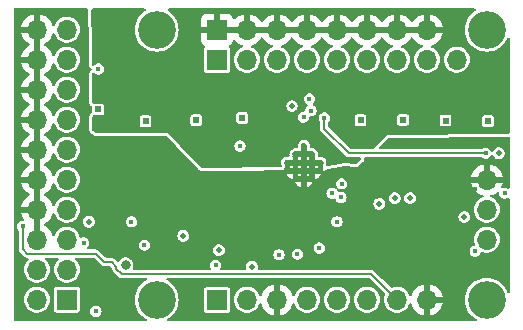
<source format=gbr>
%TF.GenerationSoftware,KiCad,Pcbnew,8.0.7*%
%TF.CreationDate,2025-04-21T06:01:31-04:00*%
%TF.ProjectId,tac5212_audio_board_single_ended,74616335-3231-4325-9f61-7564696f5f62,rev?*%
%TF.SameCoordinates,Original*%
%TF.FileFunction,Copper,L2,Inr*%
%TF.FilePolarity,Positive*%
%FSLAX46Y46*%
G04 Gerber Fmt 4.6, Leading zero omitted, Abs format (unit mm)*
G04 Created by KiCad (PCBNEW 8.0.7) date 2025-04-21 06:01:31*
%MOMM*%
%LPD*%
G01*
G04 APERTURE LIST*
%TA.AperFunction,ComponentPad*%
%ADD10R,1.700000X1.700000*%
%TD*%
%TA.AperFunction,ComponentPad*%
%ADD11O,1.700000X1.700000*%
%TD*%
%TA.AperFunction,ComponentPad*%
%ADD12C,3.200000*%
%TD*%
%TA.AperFunction,ComponentPad*%
%ADD13C,0.500000*%
%TD*%
%TA.AperFunction,HeatsinkPad*%
%ADD14C,0.500000*%
%TD*%
%TA.AperFunction,ComponentPad*%
%ADD15R,0.500000X0.500000*%
%TD*%
%TA.AperFunction,ViaPad*%
%ADD16C,0.450000*%
%TD*%
%TA.AperFunction,ViaPad*%
%ADD17C,0.800000*%
%TD*%
%TA.AperFunction,Conductor*%
%ADD18C,0.200000*%
%TD*%
G04 APERTURE END LIST*
D10*
%TO.N,EN_HELD_HIGH*%
%TO.C,board_outline108*%
X89337500Y-122600000D03*
D11*
%TO.N,unconnected-(board_outline108-HELD_LOW-Pad2)*%
X86797500Y-122600000D03*
%TO.N,Net-(5V108-B)*%
X89337500Y-120060000D03*
%TO.N,3.3v_IDE*%
X86797500Y-120060000D03*
%TO.N,unconnected-(board_outline108-12V-Pad5)*%
X89337500Y-117520000D03*
%TO.N,GNDD*%
X86797500Y-117520000D03*
%TO.N,5212_DIN1*%
X89337500Y-114980000D03*
%TO.N,GNDD*%
X86797500Y-114980000D03*
%TO.N,5212_DOUT1+*%
X89337500Y-112440000D03*
%TO.N,GNDD*%
X86797500Y-112440000D03*
%TO.N,5212_BCLK1*%
X89337500Y-109900000D03*
%TO.N,GNDD*%
X86797500Y-109900000D03*
%TO.N,5212_LRCK1*%
X89337500Y-107360000D03*
%TO.N,GNDD*%
X86797500Y-107360000D03*
%TO.N,DSP_SDA*%
X89337500Y-104820000D03*
%TO.N,GNDD*%
X86797500Y-104820000D03*
%TO.N,DSP_SCL*%
X89337500Y-102280000D03*
%TO.N,GNDD*%
X86797500Y-102280000D03*
%TO.N,5212_MCLK1*%
X89337500Y-99740000D03*
%TO.N,GNDD*%
X86797500Y-99740000D03*
D10*
%TO.N,OUT1P+*%
X102047500Y-102285000D03*
%TO.N,Earth*%
X102047500Y-99745000D03*
D11*
%TO.N,OUT1M+*%
X104587500Y-102285000D03*
%TO.N,Earth*%
X104587500Y-99745000D03*
%TO.N,OUT2P+*%
X107127500Y-102285000D03*
%TO.N,Earth*%
X107127500Y-99745000D03*
%TO.N,OUT2M+*%
X109667500Y-102285000D03*
%TO.N,Earth*%
X109667500Y-99745000D03*
%TO.N,IN1P+*%
X112207500Y-102285000D03*
%TO.N,Earth*%
X112207500Y-99745000D03*
%TO.N,IN1M+*%
X114747500Y-102285000D03*
%TO.N,Earth*%
X114747500Y-99745000D03*
%TO.N,IN2P+*%
X117287500Y-102285000D03*
%TO.N,Earth*%
X117287500Y-99745000D03*
%TO.N,IN2M+*%
X119827500Y-102285000D03*
%TO.N,Earth*%
X119827500Y-99745000D03*
D10*
%TO.N,5212_SCL*%
X102047500Y-122605000D03*
D11*
%TO.N,5212_SDA*%
X104587500Y-122605000D03*
%TO.N,GNDD*%
X107127500Y-122605000D03*
%TO.N,GPIO1*%
X109667500Y-122605000D03*
%TO.N,GPIO2*%
X112207500Y-122605000D03*
%TO.N,GPO1*%
X114747500Y-122605000D03*
%TO.N,GPI1*%
X117287500Y-122605000D03*
%TO.N,GNDD*%
X119827500Y-122605000D03*
%TO.N,5V*%
X124892500Y-117525000D03*
%TO.N,3.3V_LDO*%
X124892500Y-114985000D03*
%TO.N,GNDD*%
X124892500Y-112445000D03*
%TO.N,MICBIAS*%
X122352500Y-102285000D03*
D12*
%TO.N,Net-(E108-B)*%
X96952500Y-99745000D03*
%TO.N,Net-(E109-B)*%
X124892500Y-99745000D03*
%TO.N,Net-(G117-A)*%
X96952500Y-122605000D03*
%TO.N,Net-(G118-A)*%
X124892500Y-122605000D03*
%TD*%
D13*
%TO.N,Earth*%
%TO.C,G110*%
X117100000Y-114000000D03*
%TD*%
%TO.N,Earth*%
%TO.C,G109*%
X99200000Y-117200000D03*
%TD*%
%TO.N,Earth*%
%TO.C,G112*%
X118400000Y-114000000D03*
%TD*%
%TO.N,Earth*%
%TO.C,G111*%
X91200000Y-116000000D03*
%TD*%
%TO.N,Earth*%
%TO.C,G113*%
X102200000Y-118400000D03*
%TD*%
D14*
%TO.N,GNDD*%
%TO.C,TAC108-Q1*%
X107985786Y-111000000D03*
X108692893Y-111707107D03*
X109400000Y-112414214D03*
X108692893Y-110292893D03*
X109400000Y-111000000D03*
X110107107Y-111707107D03*
X109400000Y-109585786D03*
X110107107Y-110292893D03*
X110814214Y-111000000D03*
%TD*%
D13*
%TO.N,Earth*%
%TO.C,G115*%
X105000000Y-119800000D03*
%TD*%
%TO.N,Earth*%
%TO.C,G114*%
X123000000Y-115600000D03*
%TD*%
%TO.N,Earth*%
%TO.C,G116*%
X125900000Y-110200000D03*
%TD*%
%TO.N,Earth*%
%TO.C,G108*%
X115800000Y-114500000D03*
%TD*%
D15*
%TO.N,OUT2P*%
%TO.C,OP2*%
X100300000Y-107425000D03*
%TD*%
%TO.N,IN2P*%
%TO.C,INP2*%
X121400000Y-107435000D03*
%TD*%
%TO.N,IN2M*%
%TO.C,INM2*%
X125000000Y-107482500D03*
%TD*%
%TO.N,OUT2M*%
%TO.C,OM2*%
X104200000Y-107200000D03*
%TD*%
%TO.N,OUT1P*%
%TO.C,OP1*%
X96000000Y-107500000D03*
%TD*%
%TO.N,IN1M*%
%TO.C,INM1*%
X117800000Y-107362500D03*
%TD*%
%TO.N,OUT1M*%
%TO.C,OM1*%
X92000000Y-106500000D03*
%TD*%
%TO.N,IN1P*%
%TO.C,INP1*%
X114200000Y-107425000D03*
%TD*%
D16*
%TO.N,Net-(TAC108-Q1-GPO1A)*%
X111800000Y-113600000D03*
X109879002Y-105600000D03*
%TO.N,GNDD*%
X93000000Y-114800000D03*
X112200000Y-118400000D03*
X99400000Y-123800000D03*
X92250000Y-112000000D03*
X119400000Y-114600000D03*
X108400000Y-106199998D03*
X93363425Y-118278913D03*
X98000000Y-110000000D03*
X115600000Y-115400000D03*
X117200000Y-117600000D03*
X104000000Y-118100000D03*
X115800000Y-111200000D03*
X99006587Y-119580000D03*
X124800000Y-119000000D03*
X123929785Y-113270215D03*
X93200000Y-123600000D03*
%TO.N,5V*%
X123908750Y-118508750D03*
D17*
X94314682Y-119660000D03*
D16*
%TO.N,Earth*%
X94600000Y-105800000D03*
X94400000Y-101000000D03*
X91800000Y-123600000D03*
X103224739Y-107762663D03*
X126400000Y-113600000D03*
X96200000Y-103200000D03*
X94400000Y-98400000D03*
X107753490Y-104649666D03*
X111200000Y-104200000D03*
X126200000Y-102000000D03*
X122150000Y-104650000D03*
%TO.N,EN_HELD_HIGH*%
X112200000Y-116000000D03*
%TO.N,5212_SCL*%
X101934085Y-119700000D03*
%TO.N,5212_SDA*%
X90762790Y-117786552D03*
X92007954Y-103082209D03*
%TO.N,3.3V_LDO*%
X104000000Y-109600000D03*
%TO.N,GPI1*%
X85600000Y-116400000D03*
%TO.N,Net-(PU_EN108-Pad1)*%
X110704037Y-118225583D03*
X107303448Y-118794456D03*
%TO.N,3.3v_IDE*%
X108861982Y-118748569D03*
X94800000Y-116000000D03*
X95900000Y-118000000D03*
%TO.N,Net-(TAC108-Q1-ADDRA)*%
X124800000Y-110200000D03*
X111131931Y-107223692D03*
%TO.N,Net-(TAC108-Q1-GPI1A)*%
X112600000Y-112800000D03*
X110000000Y-106600000D03*
%TO.N,Net-(TAC108-Q1-GPI2A)*%
X112548812Y-113950000D03*
X109375000Y-107150000D03*
%TD*%
D18*
%TO.N,Net-(TAC108-Q1-ADDRA)*%
X111131931Y-108131931D02*
X111131931Y-107223692D01*
X113200000Y-110200000D02*
X111131931Y-108131931D01*
X124800000Y-110200000D02*
X113200000Y-110200000D01*
%TO.N,GPI1*%
X93539682Y-119981016D02*
X93539682Y-119810698D01*
X92486827Y-119400000D02*
X91786827Y-118700000D01*
X93539682Y-119810698D02*
X93128984Y-119400000D01*
X86000000Y-118700000D02*
X85600000Y-118300000D01*
X115117500Y-120435000D02*
X93993666Y-120435000D01*
X93128984Y-119400000D02*
X92486827Y-119400000D01*
X93993666Y-120435000D02*
X93539682Y-119981016D01*
X85600000Y-118300000D02*
X85600000Y-116400000D01*
X91786827Y-118700000D02*
X86000000Y-118700000D01*
X117287500Y-122605000D02*
X115117500Y-120435000D01*
%TD*%
%TA.AperFunction,Conductor*%
%TO.N,Earth*%
G36*
X104121575Y-99552007D02*
G01*
X104087500Y-99679174D01*
X104087500Y-99810826D01*
X104121575Y-99937993D01*
X104154488Y-99995000D01*
X102480512Y-99995000D01*
X102513425Y-99937993D01*
X102547500Y-99810826D01*
X102547500Y-99679174D01*
X102513425Y-99552007D01*
X102480512Y-99495000D01*
X104154488Y-99495000D01*
X104121575Y-99552007D01*
G37*
%TD.AperFunction*%
%TA.AperFunction,Conductor*%
G36*
X106661575Y-99552007D02*
G01*
X106627500Y-99679174D01*
X106627500Y-99810826D01*
X106661575Y-99937993D01*
X106694488Y-99995000D01*
X105020512Y-99995000D01*
X105053425Y-99937993D01*
X105087500Y-99810826D01*
X105087500Y-99679174D01*
X105053425Y-99552007D01*
X105020512Y-99495000D01*
X106694488Y-99495000D01*
X106661575Y-99552007D01*
G37*
%TD.AperFunction*%
%TA.AperFunction,Conductor*%
G36*
X109201575Y-99552007D02*
G01*
X109167500Y-99679174D01*
X109167500Y-99810826D01*
X109201575Y-99937993D01*
X109234488Y-99995000D01*
X107560512Y-99995000D01*
X107593425Y-99937993D01*
X107627500Y-99810826D01*
X107627500Y-99679174D01*
X107593425Y-99552007D01*
X107560512Y-99495000D01*
X109234488Y-99495000D01*
X109201575Y-99552007D01*
G37*
%TD.AperFunction*%
%TA.AperFunction,Conductor*%
G36*
X111741575Y-99552007D02*
G01*
X111707500Y-99679174D01*
X111707500Y-99810826D01*
X111741575Y-99937993D01*
X111774488Y-99995000D01*
X110100512Y-99995000D01*
X110133425Y-99937993D01*
X110167500Y-99810826D01*
X110167500Y-99679174D01*
X110133425Y-99552007D01*
X110100512Y-99495000D01*
X111774488Y-99495000D01*
X111741575Y-99552007D01*
G37*
%TD.AperFunction*%
%TA.AperFunction,Conductor*%
G36*
X114281575Y-99552007D02*
G01*
X114247500Y-99679174D01*
X114247500Y-99810826D01*
X114281575Y-99937993D01*
X114314488Y-99995000D01*
X112640512Y-99995000D01*
X112673425Y-99937993D01*
X112707500Y-99810826D01*
X112707500Y-99679174D01*
X112673425Y-99552007D01*
X112640512Y-99495000D01*
X114314488Y-99495000D01*
X114281575Y-99552007D01*
G37*
%TD.AperFunction*%
%TA.AperFunction,Conductor*%
G36*
X116821575Y-99552007D02*
G01*
X116787500Y-99679174D01*
X116787500Y-99810826D01*
X116821575Y-99937993D01*
X116854488Y-99995000D01*
X115180512Y-99995000D01*
X115213425Y-99937993D01*
X115247500Y-99810826D01*
X115247500Y-99679174D01*
X115213425Y-99552007D01*
X115180512Y-99495000D01*
X116854488Y-99495000D01*
X116821575Y-99552007D01*
G37*
%TD.AperFunction*%
%TA.AperFunction,Conductor*%
G36*
X119361575Y-99552007D02*
G01*
X119327500Y-99679174D01*
X119327500Y-99810826D01*
X119361575Y-99937993D01*
X119394488Y-99995000D01*
X117720512Y-99995000D01*
X117753425Y-99937993D01*
X117787500Y-99810826D01*
X117787500Y-99679174D01*
X117753425Y-99552007D01*
X117720512Y-99495000D01*
X119394488Y-99495000D01*
X119361575Y-99552007D01*
G37*
%TD.AperFunction*%
%TA.AperFunction,Conductor*%
G36*
X95968916Y-97964685D02*
G01*
X96014671Y-98017489D01*
X96024615Y-98086647D01*
X95995590Y-98150203D01*
X95961304Y-98177832D01*
X95949494Y-98184280D01*
X95949486Y-98184285D01*
X95737592Y-98342906D01*
X95737574Y-98342922D01*
X95550422Y-98530074D01*
X95550406Y-98530092D01*
X95391785Y-98741986D01*
X95391780Y-98741994D01*
X95264928Y-98974305D01*
X95264926Y-98974309D01*
X95172421Y-99222326D01*
X95116158Y-99480965D01*
X95116157Y-99480972D01*
X95097273Y-99744998D01*
X95097273Y-99745001D01*
X95116157Y-100009027D01*
X95116158Y-100009034D01*
X95172421Y-100267673D01*
X95264926Y-100515690D01*
X95264928Y-100515694D01*
X95391780Y-100748005D01*
X95391785Y-100748013D01*
X95550406Y-100959907D01*
X95550422Y-100959925D01*
X95737574Y-101147077D01*
X95737592Y-101147093D01*
X95949486Y-101305714D01*
X95949494Y-101305719D01*
X96181805Y-101432571D01*
X96181809Y-101432573D01*
X96181811Y-101432574D01*
X96429822Y-101525077D01*
X96429825Y-101525077D01*
X96429826Y-101525078D01*
X96625052Y-101567546D01*
X96688474Y-101581343D01*
X96932160Y-101598772D01*
X96952499Y-101600227D01*
X96952500Y-101600227D01*
X96952501Y-101600227D01*
X96971385Y-101598876D01*
X97216526Y-101581343D01*
X97475178Y-101525077D01*
X97723189Y-101432574D01*
X97955511Y-101305716D01*
X98167415Y-101147087D01*
X98354587Y-100959915D01*
X98513216Y-100748011D01*
X98640074Y-100515689D01*
X98732577Y-100267678D01*
X98788843Y-100009026D01*
X98807727Y-99745000D01*
X98788843Y-99480974D01*
X98732577Y-99222322D01*
X98640074Y-98974311D01*
X98585259Y-98873926D01*
X98570641Y-98847155D01*
X100697500Y-98847155D01*
X100697500Y-99495000D01*
X101614488Y-99495000D01*
X101581575Y-99552007D01*
X101547500Y-99679174D01*
X101547500Y-99810826D01*
X101581575Y-99937993D01*
X101614488Y-99995000D01*
X100697500Y-99995000D01*
X100697500Y-100642844D01*
X100703901Y-100702372D01*
X100703903Y-100702379D01*
X100754145Y-100837086D01*
X100754149Y-100837093D01*
X100840309Y-100952187D01*
X100840312Y-100952190D01*
X100955406Y-101038350D01*
X100955412Y-101038353D01*
X100976768Y-101046319D01*
X101032701Y-101088191D01*
X101057118Y-101153656D01*
X101042266Y-101221928D01*
X101021119Y-101250179D01*
X101016900Y-101254397D01*
X100961533Y-101337260D01*
X100961532Y-101337264D01*
X100947000Y-101410321D01*
X100947000Y-103159678D01*
X100961532Y-103232735D01*
X100961533Y-103232739D01*
X100961534Y-103232740D01*
X101016899Y-103315601D01*
X101099760Y-103370966D01*
X101099764Y-103370967D01*
X101172821Y-103385499D01*
X101172824Y-103385500D01*
X101172826Y-103385500D01*
X102922176Y-103385500D01*
X102922177Y-103385499D01*
X102995240Y-103370966D01*
X103078101Y-103315601D01*
X103133466Y-103232740D01*
X103148000Y-103159674D01*
X103148000Y-101410326D01*
X103148000Y-101410323D01*
X103147999Y-101410321D01*
X103133467Y-101337264D01*
X103133466Y-101337260D01*
X103112388Y-101305714D01*
X103078101Y-101254399D01*
X103078099Y-101254397D01*
X103078098Y-101254396D01*
X103073884Y-101250182D01*
X103040399Y-101188859D01*
X103045383Y-101119167D01*
X103087255Y-101063234D01*
X103118232Y-101046319D01*
X103139586Y-101038354D01*
X103139593Y-101038350D01*
X103254687Y-100952190D01*
X103254690Y-100952187D01*
X103340850Y-100837093D01*
X103340854Y-100837086D01*
X103390114Y-100705013D01*
X103431985Y-100649079D01*
X103497449Y-100624662D01*
X103565722Y-100639513D01*
X103593977Y-100660665D01*
X103716417Y-100783105D01*
X103909921Y-100918600D01*
X104124007Y-101018429D01*
X104124016Y-101018433D01*
X104163083Y-101028901D01*
X104222744Y-101065266D01*
X104253273Y-101128113D01*
X104244979Y-101197488D01*
X104200493Y-101251366D01*
X104175784Y-101264302D01*
X104094873Y-101295647D01*
X104094857Y-101295655D01*
X103921460Y-101403017D01*
X103921458Y-101403019D01*
X103770737Y-101540418D01*
X103647827Y-101703178D01*
X103556922Y-101885739D01*
X103556917Y-101885752D01*
X103501102Y-102081917D01*
X103482285Y-102284999D01*
X103482285Y-102285000D01*
X103501102Y-102488082D01*
X103556917Y-102684247D01*
X103556922Y-102684260D01*
X103647827Y-102866821D01*
X103770737Y-103029581D01*
X103921458Y-103166980D01*
X103921460Y-103166982D01*
X104003137Y-103217554D01*
X104094863Y-103274348D01*
X104285044Y-103348024D01*
X104485524Y-103385500D01*
X104485526Y-103385500D01*
X104689474Y-103385500D01*
X104689476Y-103385500D01*
X104889956Y-103348024D01*
X105080137Y-103274348D01*
X105253541Y-103166981D01*
X105404264Y-103029579D01*
X105527173Y-102866821D01*
X105618082Y-102684250D01*
X105673897Y-102488083D01*
X105692715Y-102285000D01*
X105673897Y-102081917D01*
X105618082Y-101885750D01*
X105527173Y-101703179D01*
X105404264Y-101540421D01*
X105404262Y-101540418D01*
X105253541Y-101403019D01*
X105253539Y-101403017D01*
X105080142Y-101295655D01*
X105080135Y-101295651D01*
X104999215Y-101264303D01*
X104943813Y-101221730D01*
X104920223Y-101155963D01*
X104935934Y-101087883D01*
X104985958Y-101039104D01*
X105011917Y-101028901D01*
X105050981Y-101018434D01*
X105050992Y-101018429D01*
X105265078Y-100918600D01*
X105458582Y-100783105D01*
X105625605Y-100616082D01*
X105755925Y-100429968D01*
X105810502Y-100386344D01*
X105880001Y-100379151D01*
X105942355Y-100410673D01*
X105959075Y-100429968D01*
X106089394Y-100616082D01*
X106256417Y-100783105D01*
X106449921Y-100918600D01*
X106664007Y-101018429D01*
X106664016Y-101018433D01*
X106703083Y-101028901D01*
X106762744Y-101065266D01*
X106793273Y-101128113D01*
X106784979Y-101197488D01*
X106740493Y-101251366D01*
X106715784Y-101264302D01*
X106634873Y-101295647D01*
X106634857Y-101295655D01*
X106461460Y-101403017D01*
X106461458Y-101403019D01*
X106310737Y-101540418D01*
X106187827Y-101703178D01*
X106096922Y-101885739D01*
X106096917Y-101885752D01*
X106041102Y-102081917D01*
X106022285Y-102284999D01*
X106022285Y-102285000D01*
X106041102Y-102488082D01*
X106096917Y-102684247D01*
X106096922Y-102684260D01*
X106187827Y-102866821D01*
X106310737Y-103029581D01*
X106461458Y-103166980D01*
X106461460Y-103166982D01*
X106543137Y-103217554D01*
X106634863Y-103274348D01*
X106825044Y-103348024D01*
X107025524Y-103385500D01*
X107025526Y-103385500D01*
X107229474Y-103385500D01*
X107229476Y-103385500D01*
X107429956Y-103348024D01*
X107620137Y-103274348D01*
X107793541Y-103166981D01*
X107944264Y-103029579D01*
X108067173Y-102866821D01*
X108158082Y-102684250D01*
X108213897Y-102488083D01*
X108232715Y-102285000D01*
X108213897Y-102081917D01*
X108158082Y-101885750D01*
X108067173Y-101703179D01*
X107944264Y-101540421D01*
X107944262Y-101540418D01*
X107793541Y-101403019D01*
X107793539Y-101403017D01*
X107620142Y-101295655D01*
X107620135Y-101295651D01*
X107539215Y-101264303D01*
X107483813Y-101221730D01*
X107460223Y-101155963D01*
X107475934Y-101087883D01*
X107525958Y-101039104D01*
X107551917Y-101028901D01*
X107590981Y-101018434D01*
X107590992Y-101018429D01*
X107805078Y-100918600D01*
X107998582Y-100783105D01*
X108165605Y-100616082D01*
X108295925Y-100429968D01*
X108350502Y-100386344D01*
X108420001Y-100379151D01*
X108482355Y-100410673D01*
X108499075Y-100429968D01*
X108629394Y-100616082D01*
X108796417Y-100783105D01*
X108989921Y-100918600D01*
X109204007Y-101018429D01*
X109204016Y-101018433D01*
X109243083Y-101028901D01*
X109302744Y-101065266D01*
X109333273Y-101128113D01*
X109324979Y-101197488D01*
X109280493Y-101251366D01*
X109255784Y-101264302D01*
X109174873Y-101295647D01*
X109174857Y-101295655D01*
X109001460Y-101403017D01*
X109001458Y-101403019D01*
X108850737Y-101540418D01*
X108727827Y-101703178D01*
X108636922Y-101885739D01*
X108636917Y-101885752D01*
X108581102Y-102081917D01*
X108562285Y-102284999D01*
X108562285Y-102285000D01*
X108581102Y-102488082D01*
X108636917Y-102684247D01*
X108636922Y-102684260D01*
X108727827Y-102866821D01*
X108850737Y-103029581D01*
X109001458Y-103166980D01*
X109001460Y-103166982D01*
X109083137Y-103217554D01*
X109174863Y-103274348D01*
X109365044Y-103348024D01*
X109565524Y-103385500D01*
X109565526Y-103385500D01*
X109769474Y-103385500D01*
X109769476Y-103385500D01*
X109969956Y-103348024D01*
X110160137Y-103274348D01*
X110333541Y-103166981D01*
X110484264Y-103029579D01*
X110607173Y-102866821D01*
X110698082Y-102684250D01*
X110753897Y-102488083D01*
X110772715Y-102285000D01*
X110753897Y-102081917D01*
X110698082Y-101885750D01*
X110607173Y-101703179D01*
X110484264Y-101540421D01*
X110484262Y-101540418D01*
X110333541Y-101403019D01*
X110333539Y-101403017D01*
X110160142Y-101295655D01*
X110160135Y-101295651D01*
X110079215Y-101264303D01*
X110023813Y-101221730D01*
X110000223Y-101155963D01*
X110015934Y-101087883D01*
X110065958Y-101039104D01*
X110091917Y-101028901D01*
X110130981Y-101018434D01*
X110130992Y-101018429D01*
X110345078Y-100918600D01*
X110538582Y-100783105D01*
X110705605Y-100616082D01*
X110835925Y-100429968D01*
X110890502Y-100386344D01*
X110960001Y-100379151D01*
X111022355Y-100410673D01*
X111039075Y-100429968D01*
X111169394Y-100616082D01*
X111336417Y-100783105D01*
X111529921Y-100918600D01*
X111744007Y-101018429D01*
X111744016Y-101018433D01*
X111783083Y-101028901D01*
X111842744Y-101065266D01*
X111873273Y-101128113D01*
X111864979Y-101197488D01*
X111820493Y-101251366D01*
X111795784Y-101264302D01*
X111714873Y-101295647D01*
X111714857Y-101295655D01*
X111541460Y-101403017D01*
X111541458Y-101403019D01*
X111390737Y-101540418D01*
X111267827Y-101703178D01*
X111176922Y-101885739D01*
X111176917Y-101885752D01*
X111121102Y-102081917D01*
X111102285Y-102284999D01*
X111102285Y-102285000D01*
X111121102Y-102488082D01*
X111176917Y-102684247D01*
X111176922Y-102684260D01*
X111267827Y-102866821D01*
X111390737Y-103029581D01*
X111541458Y-103166980D01*
X111541460Y-103166982D01*
X111623137Y-103217554D01*
X111714863Y-103274348D01*
X111905044Y-103348024D01*
X112105524Y-103385500D01*
X112105526Y-103385500D01*
X112309474Y-103385500D01*
X112309476Y-103385500D01*
X112509956Y-103348024D01*
X112700137Y-103274348D01*
X112873541Y-103166981D01*
X113024264Y-103029579D01*
X113147173Y-102866821D01*
X113238082Y-102684250D01*
X113293897Y-102488083D01*
X113312715Y-102285000D01*
X113293897Y-102081917D01*
X113238082Y-101885750D01*
X113147173Y-101703179D01*
X113024264Y-101540421D01*
X113024262Y-101540418D01*
X112873541Y-101403019D01*
X112873539Y-101403017D01*
X112700142Y-101295655D01*
X112700135Y-101295651D01*
X112619215Y-101264303D01*
X112563813Y-101221730D01*
X112540223Y-101155963D01*
X112555934Y-101087883D01*
X112605958Y-101039104D01*
X112631917Y-101028901D01*
X112670981Y-101018434D01*
X112670992Y-101018429D01*
X112885078Y-100918600D01*
X113078582Y-100783105D01*
X113245605Y-100616082D01*
X113375925Y-100429968D01*
X113430502Y-100386344D01*
X113500001Y-100379151D01*
X113562355Y-100410673D01*
X113579075Y-100429968D01*
X113709394Y-100616082D01*
X113876417Y-100783105D01*
X114069921Y-100918600D01*
X114284007Y-101018429D01*
X114284016Y-101018433D01*
X114323083Y-101028901D01*
X114382744Y-101065266D01*
X114413273Y-101128113D01*
X114404979Y-101197488D01*
X114360493Y-101251366D01*
X114335784Y-101264302D01*
X114254873Y-101295647D01*
X114254857Y-101295655D01*
X114081460Y-101403017D01*
X114081458Y-101403019D01*
X113930737Y-101540418D01*
X113807827Y-101703178D01*
X113716922Y-101885739D01*
X113716917Y-101885752D01*
X113661102Y-102081917D01*
X113642285Y-102284999D01*
X113642285Y-102285000D01*
X113661102Y-102488082D01*
X113716917Y-102684247D01*
X113716922Y-102684260D01*
X113807827Y-102866821D01*
X113930737Y-103029581D01*
X114081458Y-103166980D01*
X114081460Y-103166982D01*
X114163137Y-103217554D01*
X114254863Y-103274348D01*
X114445044Y-103348024D01*
X114645524Y-103385500D01*
X114645526Y-103385500D01*
X114849474Y-103385500D01*
X114849476Y-103385500D01*
X115049956Y-103348024D01*
X115240137Y-103274348D01*
X115413541Y-103166981D01*
X115564264Y-103029579D01*
X115687173Y-102866821D01*
X115778082Y-102684250D01*
X115833897Y-102488083D01*
X115852715Y-102285000D01*
X115833897Y-102081917D01*
X115778082Y-101885750D01*
X115687173Y-101703179D01*
X115564264Y-101540421D01*
X115564262Y-101540418D01*
X115413541Y-101403019D01*
X115413539Y-101403017D01*
X115240142Y-101295655D01*
X115240135Y-101295651D01*
X115159215Y-101264303D01*
X115103813Y-101221730D01*
X115080223Y-101155963D01*
X115095934Y-101087883D01*
X115145958Y-101039104D01*
X115171917Y-101028901D01*
X115210981Y-101018434D01*
X115210992Y-101018429D01*
X115425078Y-100918600D01*
X115618582Y-100783105D01*
X115785605Y-100616082D01*
X115915925Y-100429968D01*
X115970502Y-100386344D01*
X116040001Y-100379151D01*
X116102355Y-100410673D01*
X116119075Y-100429968D01*
X116249394Y-100616082D01*
X116416417Y-100783105D01*
X116609921Y-100918600D01*
X116824007Y-101018429D01*
X116824016Y-101018433D01*
X116863083Y-101028901D01*
X116922744Y-101065266D01*
X116953273Y-101128113D01*
X116944979Y-101197488D01*
X116900493Y-101251366D01*
X116875784Y-101264302D01*
X116794873Y-101295647D01*
X116794857Y-101295655D01*
X116621460Y-101403017D01*
X116621458Y-101403019D01*
X116470737Y-101540418D01*
X116347827Y-101703178D01*
X116256922Y-101885739D01*
X116256917Y-101885752D01*
X116201102Y-102081917D01*
X116182285Y-102284999D01*
X116182285Y-102285000D01*
X116201102Y-102488082D01*
X116256917Y-102684247D01*
X116256922Y-102684260D01*
X116347827Y-102866821D01*
X116470737Y-103029581D01*
X116621458Y-103166980D01*
X116621460Y-103166982D01*
X116703137Y-103217554D01*
X116794863Y-103274348D01*
X116985044Y-103348024D01*
X117185524Y-103385500D01*
X117185526Y-103385500D01*
X117389474Y-103385500D01*
X117389476Y-103385500D01*
X117589956Y-103348024D01*
X117780137Y-103274348D01*
X117953541Y-103166981D01*
X118104264Y-103029579D01*
X118227173Y-102866821D01*
X118318082Y-102684250D01*
X118373897Y-102488083D01*
X118392715Y-102285000D01*
X118373897Y-102081917D01*
X118318082Y-101885750D01*
X118227173Y-101703179D01*
X118104264Y-101540421D01*
X118104262Y-101540418D01*
X117953541Y-101403019D01*
X117953539Y-101403017D01*
X117780142Y-101295655D01*
X117780135Y-101295651D01*
X117699215Y-101264303D01*
X117643813Y-101221730D01*
X117620223Y-101155963D01*
X117635934Y-101087883D01*
X117685958Y-101039104D01*
X117711917Y-101028901D01*
X117750981Y-101018434D01*
X117750992Y-101018429D01*
X117965078Y-100918600D01*
X118158582Y-100783105D01*
X118325605Y-100616082D01*
X118455925Y-100429968D01*
X118510502Y-100386344D01*
X118580001Y-100379151D01*
X118642355Y-100410673D01*
X118659075Y-100429968D01*
X118789394Y-100616082D01*
X118956417Y-100783105D01*
X119149921Y-100918600D01*
X119364007Y-101018429D01*
X119364016Y-101018433D01*
X119403083Y-101028901D01*
X119462744Y-101065266D01*
X119493273Y-101128113D01*
X119484979Y-101197488D01*
X119440493Y-101251366D01*
X119415784Y-101264302D01*
X119334873Y-101295647D01*
X119334857Y-101295655D01*
X119161460Y-101403017D01*
X119161458Y-101403019D01*
X119010737Y-101540418D01*
X118887827Y-101703178D01*
X118796922Y-101885739D01*
X118796917Y-101885752D01*
X118741102Y-102081917D01*
X118722285Y-102284999D01*
X118722285Y-102285000D01*
X118741102Y-102488082D01*
X118796917Y-102684247D01*
X118796922Y-102684260D01*
X118887827Y-102866821D01*
X119010737Y-103029581D01*
X119161458Y-103166980D01*
X119161460Y-103166982D01*
X119243137Y-103217554D01*
X119334863Y-103274348D01*
X119525044Y-103348024D01*
X119725524Y-103385500D01*
X119725526Y-103385500D01*
X119929474Y-103385500D01*
X119929476Y-103385500D01*
X120129956Y-103348024D01*
X120320137Y-103274348D01*
X120493541Y-103166981D01*
X120644264Y-103029579D01*
X120767173Y-102866821D01*
X120858082Y-102684250D01*
X120913897Y-102488083D01*
X120932715Y-102285000D01*
X120932715Y-102284999D01*
X121247285Y-102284999D01*
X121247285Y-102285000D01*
X121266102Y-102488082D01*
X121321917Y-102684247D01*
X121321922Y-102684260D01*
X121412827Y-102866821D01*
X121535737Y-103029581D01*
X121686458Y-103166980D01*
X121686460Y-103166982D01*
X121768137Y-103217554D01*
X121859863Y-103274348D01*
X122050044Y-103348024D01*
X122250524Y-103385500D01*
X122250526Y-103385500D01*
X122454474Y-103385500D01*
X122454476Y-103385500D01*
X122654956Y-103348024D01*
X122845137Y-103274348D01*
X123018541Y-103166981D01*
X123169264Y-103029579D01*
X123292173Y-102866821D01*
X123383082Y-102684250D01*
X123438897Y-102488083D01*
X123457715Y-102285000D01*
X123438897Y-102081917D01*
X123383082Y-101885750D01*
X123292173Y-101703179D01*
X123169264Y-101540421D01*
X123169262Y-101540418D01*
X123018541Y-101403019D01*
X123018539Y-101403017D01*
X122845142Y-101295655D01*
X122845135Y-101295651D01*
X122730821Y-101251366D01*
X122654956Y-101221976D01*
X122454476Y-101184500D01*
X122250524Y-101184500D01*
X122050044Y-101221976D01*
X122050041Y-101221976D01*
X122050041Y-101221977D01*
X121859864Y-101295651D01*
X121859857Y-101295655D01*
X121686460Y-101403017D01*
X121686458Y-101403019D01*
X121535737Y-101540418D01*
X121412827Y-101703178D01*
X121321922Y-101885739D01*
X121321917Y-101885752D01*
X121266102Y-102081917D01*
X121247285Y-102284999D01*
X120932715Y-102284999D01*
X120913897Y-102081917D01*
X120858082Y-101885750D01*
X120767173Y-101703179D01*
X120644264Y-101540421D01*
X120644262Y-101540418D01*
X120493541Y-101403019D01*
X120493539Y-101403017D01*
X120320142Y-101295655D01*
X120320135Y-101295651D01*
X120239215Y-101264303D01*
X120183813Y-101221730D01*
X120160223Y-101155963D01*
X120175934Y-101087883D01*
X120225958Y-101039104D01*
X120251917Y-101028901D01*
X120290981Y-101018434D01*
X120290992Y-101018429D01*
X120505078Y-100918600D01*
X120698582Y-100783105D01*
X120865605Y-100616082D01*
X121001100Y-100422578D01*
X121100929Y-100208492D01*
X121100932Y-100208486D01*
X121158136Y-99995000D01*
X120260512Y-99995000D01*
X120293425Y-99937993D01*
X120327500Y-99810826D01*
X120327500Y-99679174D01*
X120293425Y-99552007D01*
X120260512Y-99495000D01*
X121158136Y-99495000D01*
X121158135Y-99494999D01*
X121100932Y-99281513D01*
X121100929Y-99281507D01*
X121001100Y-99067422D01*
X121001099Y-99067420D01*
X120865613Y-98873926D01*
X120865608Y-98873920D01*
X120698582Y-98706894D01*
X120505078Y-98571399D01*
X120290992Y-98471570D01*
X120290986Y-98471567D01*
X120077500Y-98414364D01*
X120077500Y-99311988D01*
X120020493Y-99279075D01*
X119893326Y-99245000D01*
X119761674Y-99245000D01*
X119634507Y-99279075D01*
X119577500Y-99311988D01*
X119577500Y-98414364D01*
X119577499Y-98414364D01*
X119364013Y-98471567D01*
X119364007Y-98471570D01*
X119149922Y-98571399D01*
X119149920Y-98571400D01*
X118956426Y-98706886D01*
X118956420Y-98706891D01*
X118789391Y-98873920D01*
X118789390Y-98873922D01*
X118659075Y-99060031D01*
X118604498Y-99103655D01*
X118534999Y-99110848D01*
X118472645Y-99079326D01*
X118455925Y-99060031D01*
X118325609Y-98873922D01*
X118325608Y-98873920D01*
X118158582Y-98706894D01*
X117965078Y-98571399D01*
X117750992Y-98471570D01*
X117750986Y-98471567D01*
X117537500Y-98414364D01*
X117537500Y-99311988D01*
X117480493Y-99279075D01*
X117353326Y-99245000D01*
X117221674Y-99245000D01*
X117094507Y-99279075D01*
X117037500Y-99311988D01*
X117037500Y-98414364D01*
X117037499Y-98414364D01*
X116824013Y-98471567D01*
X116824007Y-98471570D01*
X116609922Y-98571399D01*
X116609920Y-98571400D01*
X116416426Y-98706886D01*
X116416420Y-98706891D01*
X116249391Y-98873920D01*
X116249390Y-98873922D01*
X116119075Y-99060031D01*
X116064498Y-99103655D01*
X115994999Y-99110848D01*
X115932645Y-99079326D01*
X115915925Y-99060031D01*
X115785609Y-98873922D01*
X115785608Y-98873920D01*
X115618582Y-98706894D01*
X115425078Y-98571399D01*
X115210992Y-98471570D01*
X115210986Y-98471567D01*
X114997500Y-98414364D01*
X114997500Y-99311988D01*
X114940493Y-99279075D01*
X114813326Y-99245000D01*
X114681674Y-99245000D01*
X114554507Y-99279075D01*
X114497500Y-99311988D01*
X114497500Y-98414364D01*
X114497499Y-98414364D01*
X114284013Y-98471567D01*
X114284007Y-98471570D01*
X114069922Y-98571399D01*
X114069920Y-98571400D01*
X113876426Y-98706886D01*
X113876420Y-98706891D01*
X113709391Y-98873920D01*
X113709390Y-98873922D01*
X113579075Y-99060031D01*
X113524498Y-99103655D01*
X113454999Y-99110848D01*
X113392645Y-99079326D01*
X113375925Y-99060031D01*
X113245609Y-98873922D01*
X113245608Y-98873920D01*
X113078582Y-98706894D01*
X112885078Y-98571399D01*
X112670992Y-98471570D01*
X112670986Y-98471567D01*
X112457500Y-98414364D01*
X112457500Y-99311988D01*
X112400493Y-99279075D01*
X112273326Y-99245000D01*
X112141674Y-99245000D01*
X112014507Y-99279075D01*
X111957500Y-99311988D01*
X111957500Y-98414364D01*
X111957499Y-98414364D01*
X111744013Y-98471567D01*
X111744007Y-98471570D01*
X111529922Y-98571399D01*
X111529920Y-98571400D01*
X111336426Y-98706886D01*
X111336420Y-98706891D01*
X111169391Y-98873920D01*
X111169390Y-98873922D01*
X111039075Y-99060031D01*
X110984498Y-99103655D01*
X110914999Y-99110848D01*
X110852645Y-99079326D01*
X110835925Y-99060031D01*
X110705609Y-98873922D01*
X110705608Y-98873920D01*
X110538582Y-98706894D01*
X110345078Y-98571399D01*
X110130992Y-98471570D01*
X110130986Y-98471567D01*
X109917500Y-98414364D01*
X109917500Y-99311988D01*
X109860493Y-99279075D01*
X109733326Y-99245000D01*
X109601674Y-99245000D01*
X109474507Y-99279075D01*
X109417500Y-99311988D01*
X109417500Y-98414364D01*
X109417499Y-98414364D01*
X109204013Y-98471567D01*
X109204007Y-98471570D01*
X108989922Y-98571399D01*
X108989920Y-98571400D01*
X108796426Y-98706886D01*
X108796420Y-98706891D01*
X108629391Y-98873920D01*
X108629390Y-98873922D01*
X108499075Y-99060031D01*
X108444498Y-99103655D01*
X108374999Y-99110848D01*
X108312645Y-99079326D01*
X108295925Y-99060031D01*
X108165609Y-98873922D01*
X108165608Y-98873920D01*
X107998582Y-98706894D01*
X107805078Y-98571399D01*
X107590992Y-98471570D01*
X107590986Y-98471567D01*
X107377500Y-98414364D01*
X107377500Y-99311988D01*
X107320493Y-99279075D01*
X107193326Y-99245000D01*
X107061674Y-99245000D01*
X106934507Y-99279075D01*
X106877500Y-99311988D01*
X106877500Y-98414364D01*
X106877499Y-98414364D01*
X106664013Y-98471567D01*
X106664007Y-98471570D01*
X106449922Y-98571399D01*
X106449920Y-98571400D01*
X106256426Y-98706886D01*
X106256420Y-98706891D01*
X106089391Y-98873920D01*
X106089390Y-98873922D01*
X105959075Y-99060031D01*
X105904498Y-99103655D01*
X105834999Y-99110848D01*
X105772645Y-99079326D01*
X105755925Y-99060031D01*
X105625609Y-98873922D01*
X105625608Y-98873920D01*
X105458582Y-98706894D01*
X105265078Y-98571399D01*
X105050992Y-98471570D01*
X105050986Y-98471567D01*
X104837500Y-98414364D01*
X104837500Y-99311988D01*
X104780493Y-99279075D01*
X104653326Y-99245000D01*
X104521674Y-99245000D01*
X104394507Y-99279075D01*
X104337500Y-99311988D01*
X104337500Y-98414364D01*
X104337499Y-98414364D01*
X104124013Y-98471567D01*
X104124007Y-98471570D01*
X103909922Y-98571399D01*
X103909920Y-98571400D01*
X103716426Y-98706886D01*
X103593977Y-98829335D01*
X103532654Y-98862819D01*
X103462962Y-98857835D01*
X103407029Y-98815963D01*
X103390114Y-98784986D01*
X103340854Y-98652913D01*
X103340850Y-98652906D01*
X103254690Y-98537812D01*
X103254687Y-98537809D01*
X103139593Y-98451649D01*
X103139586Y-98451645D01*
X103004879Y-98401403D01*
X103004872Y-98401401D01*
X102945344Y-98395000D01*
X102297500Y-98395000D01*
X102297500Y-99311988D01*
X102240493Y-99279075D01*
X102113326Y-99245000D01*
X101981674Y-99245000D01*
X101854507Y-99279075D01*
X101797500Y-99311988D01*
X101797500Y-98395000D01*
X101149655Y-98395000D01*
X101090127Y-98401401D01*
X101090120Y-98401403D01*
X100955413Y-98451645D01*
X100955406Y-98451649D01*
X100840312Y-98537809D01*
X100840309Y-98537812D01*
X100754149Y-98652906D01*
X100754145Y-98652913D01*
X100703903Y-98787620D01*
X100703901Y-98787627D01*
X100697500Y-98847155D01*
X98570641Y-98847155D01*
X98513219Y-98741994D01*
X98513214Y-98741986D01*
X98354593Y-98530092D01*
X98354577Y-98530074D01*
X98167425Y-98342922D01*
X98167407Y-98342906D01*
X97955513Y-98184285D01*
X97955505Y-98184280D01*
X97943696Y-98177832D01*
X97894291Y-98128427D01*
X97879439Y-98060154D01*
X97903856Y-97994689D01*
X97959790Y-97952818D01*
X98003123Y-97945000D01*
X123841877Y-97945000D01*
X123908916Y-97964685D01*
X123954671Y-98017489D01*
X123964615Y-98086647D01*
X123935590Y-98150203D01*
X123901304Y-98177832D01*
X123889494Y-98184280D01*
X123889486Y-98184285D01*
X123677592Y-98342906D01*
X123677574Y-98342922D01*
X123490422Y-98530074D01*
X123490406Y-98530092D01*
X123331785Y-98741986D01*
X123331780Y-98741994D01*
X123204928Y-98974305D01*
X123204926Y-98974309D01*
X123112421Y-99222326D01*
X123056158Y-99480965D01*
X123056157Y-99480972D01*
X123037273Y-99744998D01*
X123037273Y-99745001D01*
X123056157Y-100009027D01*
X123056158Y-100009034D01*
X123112421Y-100267673D01*
X123204926Y-100515690D01*
X123204928Y-100515694D01*
X123331780Y-100748005D01*
X123331785Y-100748013D01*
X123490406Y-100959907D01*
X123490422Y-100959925D01*
X123677574Y-101147077D01*
X123677592Y-101147093D01*
X123889486Y-101305714D01*
X123889494Y-101305719D01*
X124121805Y-101432571D01*
X124121809Y-101432573D01*
X124121811Y-101432574D01*
X124369822Y-101525077D01*
X124369825Y-101525077D01*
X124369826Y-101525078D01*
X124565052Y-101567546D01*
X124628474Y-101581343D01*
X124872160Y-101598772D01*
X124892499Y-101600227D01*
X124892500Y-101600227D01*
X124892501Y-101600227D01*
X124911385Y-101598876D01*
X125156526Y-101581343D01*
X125415178Y-101525077D01*
X125663189Y-101432574D01*
X125895511Y-101305716D01*
X126107415Y-101147087D01*
X126294587Y-100959915D01*
X126453216Y-100748011D01*
X126580074Y-100515689D01*
X126592318Y-100482860D01*
X126634188Y-100426927D01*
X126699653Y-100402509D01*
X126767926Y-100417360D01*
X126817332Y-100466765D01*
X126832500Y-100526193D01*
X126832500Y-108426304D01*
X126812815Y-108493343D01*
X126760011Y-108539098D01*
X126710145Y-108550293D01*
X116431353Y-108686701D01*
X116431351Y-108686702D01*
X115847027Y-109236946D01*
X115235103Y-109813181D01*
X115232349Y-109815774D01*
X115170048Y-109847403D01*
X115147340Y-109849500D01*
X113396544Y-109849500D01*
X113329505Y-109829815D01*
X113308863Y-109813181D01*
X111518750Y-108023068D01*
X111485265Y-107961745D01*
X111482431Y-107935387D01*
X111482431Y-107591551D01*
X111502116Y-107524512D01*
X111512711Y-107510357D01*
X111536061Y-107483410D01*
X111592862Y-107359034D01*
X111612321Y-107223692D01*
X111601772Y-107150321D01*
X113699500Y-107150321D01*
X113699500Y-107699678D01*
X113714032Y-107772735D01*
X113714033Y-107772739D01*
X113732405Y-107800235D01*
X113769399Y-107855601D01*
X113852260Y-107910966D01*
X113852264Y-107910967D01*
X113925321Y-107925499D01*
X113925324Y-107925500D01*
X113925326Y-107925500D01*
X114474676Y-107925500D01*
X114474677Y-107925499D01*
X114547740Y-107910966D01*
X114630601Y-107855601D01*
X114685966Y-107772740D01*
X114700500Y-107699674D01*
X114700500Y-107150326D01*
X114700500Y-107150323D01*
X114700499Y-107150321D01*
X114688067Y-107087821D01*
X117299500Y-107087821D01*
X117299500Y-107637178D01*
X117314032Y-107710235D01*
X117314033Y-107710239D01*
X117314034Y-107710240D01*
X117369399Y-107793101D01*
X117451166Y-107847735D01*
X117452260Y-107848466D01*
X117452264Y-107848467D01*
X117525321Y-107862999D01*
X117525324Y-107863000D01*
X117525326Y-107863000D01*
X118074676Y-107863000D01*
X118074677Y-107862999D01*
X118147740Y-107848466D01*
X118230601Y-107793101D01*
X118285966Y-107710240D01*
X118300500Y-107637174D01*
X118300500Y-107160321D01*
X120899500Y-107160321D01*
X120899500Y-107709678D01*
X120914032Y-107782735D01*
X120914033Y-107782739D01*
X120914034Y-107782740D01*
X120969399Y-107865601D01*
X121040489Y-107913101D01*
X121052260Y-107920966D01*
X121052264Y-107920967D01*
X121125321Y-107935499D01*
X121125324Y-107935500D01*
X121125326Y-107935500D01*
X121674676Y-107935500D01*
X121674677Y-107935499D01*
X121747740Y-107920966D01*
X121830601Y-107865601D01*
X121885966Y-107782740D01*
X121900500Y-107709674D01*
X121900500Y-107207821D01*
X124499500Y-107207821D01*
X124499500Y-107757178D01*
X124514032Y-107830235D01*
X124514033Y-107830239D01*
X124525726Y-107847739D01*
X124569399Y-107913101D01*
X124642201Y-107961745D01*
X124652260Y-107968466D01*
X124652264Y-107968467D01*
X124725321Y-107982999D01*
X124725324Y-107983000D01*
X124725326Y-107983000D01*
X125274676Y-107983000D01*
X125274677Y-107982999D01*
X125347740Y-107968466D01*
X125430601Y-107913101D01*
X125485966Y-107830240D01*
X125500500Y-107757174D01*
X125500500Y-107207826D01*
X125500500Y-107207823D01*
X125500499Y-107207821D01*
X125485967Y-107134764D01*
X125485966Y-107134760D01*
X125430601Y-107051899D01*
X125353676Y-107000500D01*
X125347739Y-106996533D01*
X125347735Y-106996532D01*
X125274677Y-106982000D01*
X125274674Y-106982000D01*
X124725326Y-106982000D01*
X124725323Y-106982000D01*
X124652264Y-106996532D01*
X124652260Y-106996533D01*
X124569399Y-107051899D01*
X124514033Y-107134760D01*
X124514032Y-107134764D01*
X124499500Y-107207821D01*
X121900500Y-107207821D01*
X121900500Y-107160326D01*
X121900500Y-107160323D01*
X121900499Y-107160321D01*
X121885967Y-107087264D01*
X121885966Y-107087260D01*
X121830601Y-107004399D01*
X121747740Y-106949034D01*
X121747739Y-106949033D01*
X121747735Y-106949032D01*
X121674677Y-106934500D01*
X121674674Y-106934500D01*
X121125326Y-106934500D01*
X121125323Y-106934500D01*
X121052264Y-106949032D01*
X121052260Y-106949033D01*
X120969399Y-107004399D01*
X120914033Y-107087260D01*
X120914032Y-107087264D01*
X120899500Y-107160321D01*
X118300500Y-107160321D01*
X118300500Y-107087826D01*
X118300500Y-107087823D01*
X118300499Y-107087821D01*
X118285967Y-107014764D01*
X118285966Y-107014760D01*
X118273787Y-106996533D01*
X118230601Y-106931899D01*
X118147740Y-106876534D01*
X118147739Y-106876533D01*
X118147735Y-106876532D01*
X118074677Y-106862000D01*
X118074674Y-106862000D01*
X117525326Y-106862000D01*
X117525323Y-106862000D01*
X117452264Y-106876532D01*
X117452260Y-106876533D01*
X117369399Y-106931899D01*
X117314033Y-107014760D01*
X117314032Y-107014764D01*
X117299500Y-107087821D01*
X114688067Y-107087821D01*
X114685967Y-107077264D01*
X114685966Y-107077260D01*
X114684790Y-107075500D01*
X114630601Y-106994399D01*
X114575235Y-106957405D01*
X114547739Y-106939033D01*
X114547735Y-106939032D01*
X114474677Y-106924500D01*
X114474674Y-106924500D01*
X113925326Y-106924500D01*
X113925323Y-106924500D01*
X113852264Y-106939032D01*
X113852260Y-106939033D01*
X113769399Y-106994399D01*
X113714033Y-107077260D01*
X113714032Y-107077264D01*
X113699500Y-107150321D01*
X111601772Y-107150321D01*
X111592862Y-107088350D01*
X111559256Y-107014764D01*
X111536063Y-106963977D01*
X111536058Y-106963970D01*
X111446521Y-106860638D01*
X111446517Y-106860634D01*
X111331851Y-106786945D01*
X111331492Y-106786714D01*
X111331491Y-106786713D01*
X111331490Y-106786713D01*
X111200299Y-106748192D01*
X111200298Y-106748192D01*
X111063564Y-106748192D01*
X111063563Y-106748192D01*
X110932371Y-106786713D01*
X110817344Y-106860634D01*
X110817340Y-106860638D01*
X110727803Y-106963970D01*
X110727798Y-106963977D01*
X110671001Y-107088346D01*
X110670999Y-107088354D01*
X110651541Y-107223692D01*
X110670999Y-107359029D01*
X110671001Y-107359037D01*
X110727798Y-107483406D01*
X110727800Y-107483408D01*
X110727801Y-107483410D01*
X110751144Y-107510349D01*
X110780169Y-107573902D01*
X110781431Y-107591551D01*
X110781431Y-108178074D01*
X110805317Y-108267218D01*
X110805318Y-108267221D01*
X110851458Y-108347139D01*
X110851460Y-108347142D01*
X110851461Y-108347143D01*
X112984788Y-110480470D01*
X112984789Y-110480471D01*
X112984791Y-110480472D01*
X113017749Y-110499500D01*
X113064712Y-110526614D01*
X113153856Y-110550500D01*
X114139561Y-110550500D01*
X114206600Y-110570185D01*
X114252355Y-110622989D01*
X114262299Y-110692147D01*
X114233274Y-110755703D01*
X114224570Y-110764774D01*
X113923483Y-111048299D01*
X113861182Y-111079928D01*
X113834201Y-111081951D01*
X112900002Y-111049740D01*
X111442331Y-111272215D01*
X111373089Y-111262870D01*
X111319891Y-111217574D01*
X111299627Y-111150707D01*
X111300884Y-111131987D01*
X111308369Y-111079928D01*
X111319861Y-111000000D01*
X111299379Y-110857543D01*
X111239591Y-110726627D01*
X111145342Y-110617857D01*
X111024267Y-110540047D01*
X111024265Y-110540046D01*
X111024263Y-110540045D01*
X111024264Y-110540045D01*
X110886177Y-110499500D01*
X110886175Y-110499500D01*
X110742253Y-110499500D01*
X110733384Y-110499500D01*
X110733384Y-110497826D01*
X110674476Y-110489350D01*
X110621676Y-110443589D01*
X110601999Y-110376548D01*
X110603260Y-110358924D01*
X110612754Y-110292893D01*
X110592272Y-110150436D01*
X110532484Y-110019520D01*
X110438235Y-109910750D01*
X110317160Y-109832940D01*
X110317158Y-109832939D01*
X110317156Y-109832938D01*
X110317157Y-109832938D01*
X110179070Y-109792393D01*
X110179068Y-109792393D01*
X110035146Y-109792393D01*
X110026277Y-109792393D01*
X110026277Y-109790719D01*
X109967369Y-109782243D01*
X109914569Y-109736482D01*
X109894892Y-109669441D01*
X109896153Y-109651817D01*
X109905647Y-109585786D01*
X109885165Y-109443329D01*
X109825377Y-109312413D01*
X109731128Y-109203643D01*
X109610053Y-109125833D01*
X109610051Y-109125832D01*
X109610049Y-109125831D01*
X109610050Y-109125831D01*
X109471963Y-109085286D01*
X109471961Y-109085286D01*
X109328039Y-109085286D01*
X109328036Y-109085286D01*
X109189949Y-109125831D01*
X109068873Y-109203642D01*
X108974623Y-109312412D01*
X108974622Y-109312414D01*
X108914834Y-109443329D01*
X108894353Y-109585786D01*
X108903845Y-109651808D01*
X108893901Y-109720966D01*
X108848146Y-109773770D01*
X108781106Y-109793454D01*
X108766268Y-109792393D01*
X108764854Y-109792393D01*
X108620932Y-109792393D01*
X108620929Y-109792393D01*
X108482842Y-109832938D01*
X108361766Y-109910749D01*
X108267516Y-110019519D01*
X108267515Y-110019521D01*
X108207727Y-110150436D01*
X108187246Y-110292893D01*
X108196738Y-110358915D01*
X108186794Y-110428073D01*
X108141039Y-110480877D01*
X108073999Y-110500561D01*
X108059161Y-110499500D01*
X108057747Y-110499500D01*
X107913825Y-110499500D01*
X107913822Y-110499500D01*
X107775735Y-110540045D01*
X107654659Y-110617856D01*
X107560409Y-110726626D01*
X107560408Y-110726628D01*
X107500620Y-110857543D01*
X107480139Y-111000000D01*
X107500620Y-111142457D01*
X107500621Y-111142458D01*
X107539703Y-111228036D01*
X107549647Y-111297194D01*
X107520622Y-111360750D01*
X107461844Y-111398524D01*
X107427592Y-111403545D01*
X100753554Y-111440322D01*
X100686407Y-111421007D01*
X100663069Y-111401832D01*
X98947399Y-109600000D01*
X103519610Y-109600000D01*
X103539068Y-109735337D01*
X103539070Y-109735345D01*
X103595867Y-109859714D01*
X103595872Y-109859721D01*
X103685409Y-109963053D01*
X103685413Y-109963057D01*
X103742899Y-110000000D01*
X103800439Y-110036978D01*
X103866036Y-110056239D01*
X103931632Y-110075500D01*
X103931633Y-110075500D01*
X104068367Y-110075500D01*
X104199561Y-110036978D01*
X104314589Y-109963055D01*
X104404130Y-109859718D01*
X104408797Y-109849500D01*
X104434392Y-109793454D01*
X104460931Y-109735342D01*
X104480390Y-109600000D01*
X104460931Y-109464658D01*
X104448677Y-109437827D01*
X104404132Y-109340285D01*
X104404127Y-109340278D01*
X104314590Y-109236946D01*
X104314586Y-109236942D01*
X104199559Y-109163021D01*
X104068368Y-109124500D01*
X104068367Y-109124500D01*
X103931633Y-109124500D01*
X103931632Y-109124500D01*
X103800440Y-109163021D01*
X103685413Y-109236942D01*
X103685409Y-109236946D01*
X103595872Y-109340278D01*
X103595867Y-109340285D01*
X103539070Y-109464654D01*
X103539068Y-109464662D01*
X103519610Y-109600000D01*
X98947399Y-109600000D01*
X97900000Y-108500000D01*
X91837544Y-108500000D01*
X91770505Y-108480315D01*
X91768761Y-108479174D01*
X91554695Y-108336463D01*
X91509834Y-108282898D01*
X91499482Y-108234265D01*
X91497819Y-108023068D01*
X91491537Y-107225321D01*
X95499500Y-107225321D01*
X95499500Y-107774678D01*
X95514032Y-107847735D01*
X95514033Y-107847739D01*
X95524230Y-107863000D01*
X95569399Y-107930601D01*
X95647821Y-107983000D01*
X95652260Y-107985966D01*
X95652264Y-107985967D01*
X95725321Y-108000499D01*
X95725324Y-108000500D01*
X95725326Y-108000500D01*
X96274676Y-108000500D01*
X96274677Y-108000499D01*
X96347740Y-107985966D01*
X96430601Y-107930601D01*
X96485966Y-107847740D01*
X96500500Y-107774674D01*
X96500500Y-107225326D01*
X96500500Y-107225323D01*
X96500499Y-107225321D01*
X96485967Y-107152264D01*
X96485966Y-107152260D01*
X96484670Y-107150321D01*
X99799500Y-107150321D01*
X99799500Y-107699678D01*
X99814032Y-107772735D01*
X99814033Y-107772739D01*
X99832405Y-107800235D01*
X99869399Y-107855601D01*
X99952260Y-107910966D01*
X99952264Y-107910967D01*
X100025321Y-107925499D01*
X100025324Y-107925500D01*
X100025326Y-107925500D01*
X100574676Y-107925500D01*
X100574677Y-107925499D01*
X100647740Y-107910966D01*
X100730601Y-107855601D01*
X100785966Y-107772740D01*
X100800500Y-107699674D01*
X100800500Y-107150326D01*
X100800500Y-107150323D01*
X100800499Y-107150321D01*
X100785967Y-107077264D01*
X100785966Y-107077260D01*
X100784790Y-107075500D01*
X100730601Y-106994399D01*
X100675235Y-106957405D01*
X100647739Y-106939033D01*
X100647735Y-106939032D01*
X100578804Y-106925321D01*
X103699500Y-106925321D01*
X103699500Y-107474678D01*
X103714032Y-107547735D01*
X103714033Y-107547739D01*
X103714034Y-107547740D01*
X103769399Y-107630601D01*
X103852260Y-107685966D01*
X103852264Y-107685967D01*
X103925321Y-107700499D01*
X103925324Y-107700500D01*
X103925326Y-107700500D01*
X104474676Y-107700500D01*
X104474677Y-107700499D01*
X104547740Y-107685966D01*
X104630601Y-107630601D01*
X104685966Y-107547740D01*
X104700500Y-107474674D01*
X104700500Y-107150000D01*
X108894610Y-107150000D01*
X108914068Y-107285337D01*
X108914070Y-107285345D01*
X108970867Y-107409714D01*
X108970872Y-107409721D01*
X109060409Y-107513053D01*
X109060413Y-107513057D01*
X109114375Y-107547735D01*
X109175439Y-107586978D01*
X109241036Y-107606239D01*
X109306632Y-107625500D01*
X109306633Y-107625500D01*
X109443367Y-107625500D01*
X109574561Y-107586978D01*
X109689589Y-107513055D01*
X109779130Y-107409718D01*
X109835931Y-107285342D01*
X109850810Y-107181853D01*
X109879835Y-107118298D01*
X109938613Y-107080523D01*
X109973548Y-107075500D01*
X110068367Y-107075500D01*
X110199561Y-107036978D01*
X110314589Y-106963055D01*
X110404130Y-106859718D01*
X110409603Y-106847735D01*
X110437364Y-106786946D01*
X110460931Y-106735342D01*
X110480390Y-106600000D01*
X110460931Y-106464658D01*
X110448677Y-106437827D01*
X110404132Y-106340285D01*
X110404127Y-106340278D01*
X110314590Y-106236946D01*
X110314586Y-106236942D01*
X110202981Y-106165220D01*
X110157225Y-106112417D01*
X110147281Y-106043258D01*
X110176305Y-105979702D01*
X110188820Y-105967188D01*
X110193584Y-105963059D01*
X110193591Y-105963055D01*
X110283132Y-105859718D01*
X110339933Y-105735342D01*
X110359392Y-105600000D01*
X110339933Y-105464658D01*
X110327679Y-105437827D01*
X110283134Y-105340285D01*
X110283129Y-105340278D01*
X110193592Y-105236946D01*
X110193588Y-105236942D01*
X110078561Y-105163021D01*
X109947370Y-105124500D01*
X109947369Y-105124500D01*
X109810635Y-105124500D01*
X109810634Y-105124500D01*
X109679442Y-105163021D01*
X109564415Y-105236942D01*
X109564411Y-105236946D01*
X109474874Y-105340278D01*
X109474869Y-105340285D01*
X109418072Y-105464654D01*
X109418070Y-105464662D01*
X109398612Y-105600000D01*
X109418070Y-105735337D01*
X109418072Y-105735345D01*
X109474869Y-105859714D01*
X109474874Y-105859721D01*
X109564411Y-105963053D01*
X109564415Y-105963057D01*
X109606496Y-105990100D01*
X109676020Y-106034780D01*
X109721776Y-106087582D01*
X109731720Y-106156741D01*
X109702696Y-106220297D01*
X109690189Y-106232804D01*
X109685411Y-106236943D01*
X109595872Y-106340278D01*
X109595867Y-106340285D01*
X109539070Y-106464654D01*
X109539069Y-106464657D01*
X109539069Y-106464658D01*
X109524923Y-106563051D01*
X109524190Y-106568146D01*
X109495165Y-106631702D01*
X109436387Y-106669477D01*
X109401452Y-106674500D01*
X109306632Y-106674500D01*
X109175440Y-106713021D01*
X109060413Y-106786942D01*
X109060409Y-106786946D01*
X108970872Y-106890278D01*
X108970867Y-106890285D01*
X108914070Y-107014654D01*
X108914068Y-107014662D01*
X108894610Y-107150000D01*
X104700500Y-107150000D01*
X104700500Y-106925326D01*
X104700500Y-106925323D01*
X104700499Y-106925321D01*
X104685967Y-106852264D01*
X104685966Y-106852260D01*
X104682945Y-106847739D01*
X104630601Y-106769399D01*
X104547740Y-106714034D01*
X104547739Y-106714033D01*
X104547735Y-106714032D01*
X104474677Y-106699500D01*
X104474674Y-106699500D01*
X103925326Y-106699500D01*
X103925323Y-106699500D01*
X103852264Y-106714032D01*
X103852260Y-106714033D01*
X103769399Y-106769399D01*
X103714033Y-106852260D01*
X103714032Y-106852264D01*
X103699500Y-106925321D01*
X100578804Y-106925321D01*
X100574677Y-106924500D01*
X100574674Y-106924500D01*
X100025326Y-106924500D01*
X100025323Y-106924500D01*
X99952264Y-106939032D01*
X99952260Y-106939033D01*
X99869399Y-106994399D01*
X99814033Y-107077260D01*
X99814032Y-107077264D01*
X99799500Y-107150321D01*
X96484670Y-107150321D01*
X96474273Y-107134760D01*
X96430601Y-107069399D01*
X96347740Y-107014034D01*
X96347739Y-107014033D01*
X96347735Y-107014032D01*
X96274677Y-106999500D01*
X96274674Y-106999500D01*
X95725326Y-106999500D01*
X95725323Y-106999500D01*
X95652264Y-107014032D01*
X95652260Y-107014033D01*
X95569399Y-107069399D01*
X95514033Y-107152260D01*
X95514032Y-107152264D01*
X95499500Y-107225321D01*
X91491537Y-107225321D01*
X91490594Y-107105552D01*
X91509750Y-107038364D01*
X91562192Y-106992195D01*
X91631270Y-106981707D01*
X91640176Y-106984111D01*
X91640281Y-106983584D01*
X91725321Y-107000499D01*
X91725324Y-107000500D01*
X91725326Y-107000500D01*
X92274676Y-107000500D01*
X92274677Y-107000499D01*
X92347740Y-106985966D01*
X92430601Y-106930601D01*
X92485966Y-106847740D01*
X92500500Y-106774674D01*
X92500500Y-106225326D01*
X92500500Y-106225323D01*
X92500499Y-106225321D01*
X92495462Y-106199998D01*
X107919610Y-106199998D01*
X107939068Y-106335335D01*
X107939070Y-106335343D01*
X107995867Y-106459712D01*
X107995872Y-106459719D01*
X108085409Y-106563051D01*
X108085413Y-106563055D01*
X108142902Y-106600000D01*
X108200439Y-106636976D01*
X108266036Y-106656237D01*
X108331632Y-106675498D01*
X108331633Y-106675498D01*
X108468367Y-106675498D01*
X108599561Y-106636976D01*
X108714589Y-106563053D01*
X108804130Y-106459716D01*
X108860931Y-106335340D01*
X108880390Y-106199998D01*
X108860931Y-106064656D01*
X108847287Y-106034779D01*
X108804132Y-105940283D01*
X108804127Y-105940276D01*
X108714590Y-105836944D01*
X108714586Y-105836940D01*
X108599559Y-105763019D01*
X108468368Y-105724498D01*
X108468367Y-105724498D01*
X108331633Y-105724498D01*
X108331632Y-105724498D01*
X108200440Y-105763019D01*
X108085413Y-105836940D01*
X108085409Y-105836944D01*
X107995872Y-105940276D01*
X107995867Y-105940283D01*
X107939070Y-106064652D01*
X107939068Y-106064660D01*
X107919610Y-106199998D01*
X92495462Y-106199998D01*
X92485967Y-106152264D01*
X92485966Y-106152260D01*
X92430601Y-106069399D01*
X92375235Y-106032405D01*
X92347739Y-106014033D01*
X92347735Y-106014032D01*
X92274677Y-105999500D01*
X92274674Y-105999500D01*
X91725326Y-105999500D01*
X91725323Y-105999500D01*
X91640281Y-106016416D01*
X91640050Y-106015256D01*
X91583077Y-106021378D01*
X91520600Y-105990100D01*
X91484951Y-105930009D01*
X91481105Y-105900326D01*
X91479806Y-105735337D01*
X91462299Y-103512025D01*
X91481455Y-103444836D01*
X91533897Y-103398667D01*
X91602975Y-103388179D01*
X91666757Y-103416703D01*
X91680007Y-103429848D01*
X91693365Y-103445264D01*
X91693366Y-103445264D01*
X91693367Y-103445266D01*
X91753933Y-103484188D01*
X91808393Y-103519187D01*
X91873990Y-103538448D01*
X91939586Y-103557709D01*
X91939587Y-103557709D01*
X92076321Y-103557709D01*
X92207515Y-103519187D01*
X92322543Y-103445264D01*
X92412084Y-103341927D01*
X92468885Y-103217551D01*
X92488344Y-103082209D01*
X92468885Y-102946867D01*
X92432329Y-102866821D01*
X92412086Y-102822494D01*
X92412081Y-102822487D01*
X92322544Y-102719155D01*
X92322540Y-102719151D01*
X92207513Y-102645230D01*
X92076322Y-102606709D01*
X92076321Y-102606709D01*
X91939587Y-102606709D01*
X91939586Y-102606709D01*
X91808394Y-102645230D01*
X91693367Y-102719151D01*
X91693366Y-102719153D01*
X91673315Y-102742293D01*
X91614537Y-102780066D01*
X91544667Y-102780066D01*
X91485889Y-102742291D01*
X91456865Y-102678735D01*
X91455607Y-102662065D01*
X91442204Y-100959907D01*
X91419449Y-98069975D01*
X91438605Y-98002784D01*
X91491047Y-97956615D01*
X91543445Y-97945000D01*
X95901877Y-97945000D01*
X95968916Y-97964685D01*
G37*
%TD.AperFunction*%
%TD*%
%TA.AperFunction,Conductor*%
%TO.N,GNDD*%
G36*
X91126039Y-97963907D02*
G01*
X91162003Y-98013407D01*
X91165948Y-98057317D01*
X91163956Y-98071984D01*
X91186712Y-100961919D01*
X91200114Y-102664091D01*
X91200830Y-102681284D01*
X91202088Y-102697956D01*
X91202091Y-102697972D01*
X91224451Y-102784866D01*
X91224453Y-102784870D01*
X91253477Y-102848426D01*
X91253482Y-102848435D01*
X91253485Y-102848441D01*
X91276013Y-102888004D01*
X91276014Y-102888007D01*
X91334905Y-102944831D01*
X91347754Y-102957230D01*
X91406532Y-102995005D01*
X91406537Y-102995007D01*
X91406551Y-102995016D01*
X91417672Y-103000833D01*
X91460471Y-103044558D01*
X91469395Y-103105090D01*
X91441035Y-103159305D01*
X91421450Y-103174197D01*
X91365068Y-103206894D01*
X91365056Y-103206902D01*
X91312640Y-103253048D01*
X91312615Y-103253072D01*
X91281260Y-103286084D01*
X91281255Y-103286090D01*
X91235745Y-103374783D01*
X91235744Y-103374788D01*
X91216590Y-103441968D01*
X91216588Y-103441979D01*
X91206806Y-103514034D01*
X91222953Y-105564579D01*
X91223232Y-105599999D01*
X91224314Y-105737349D01*
X91225613Y-105902338D01*
X91227723Y-105933156D01*
X91227724Y-105933168D01*
X91227725Y-105933179D01*
X91231576Y-105962894D01*
X91232049Y-105966354D01*
X91265210Y-106060370D01*
X91265211Y-106060373D01*
X91284437Y-106092780D01*
X91300859Y-106120461D01*
X91327497Y-106157406D01*
X91364813Y-106186397D01*
X91382318Y-106199997D01*
X91382318Y-106199998D01*
X91406213Y-106218562D01*
X91406221Y-106218568D01*
X91444819Y-106237891D01*
X91488388Y-106280846D01*
X91499500Y-106326416D01*
X91499500Y-106681841D01*
X91480593Y-106740032D01*
X91450165Y-106767482D01*
X91393363Y-106800422D01*
X91393357Y-106800426D01*
X91340917Y-106846593D01*
X91309552Y-106879614D01*
X91264040Y-106968310D01*
X91264038Y-106968315D01*
X91244884Y-107035498D01*
X91235101Y-107107561D01*
X91236045Y-107227332D01*
X91236045Y-107227333D01*
X91240121Y-107745000D01*
X91242327Y-108025080D01*
X91243990Y-108236282D01*
X91243990Y-108236290D01*
X91249579Y-108287446D01*
X91249584Y-108287480D01*
X91259931Y-108336085D01*
X91266088Y-108359500D01*
X91266088Y-108359501D01*
X91300861Y-108423024D01*
X91313956Y-108446947D01*
X91313959Y-108446950D01*
X91358811Y-108500506D01*
X91358817Y-108500512D01*
X91412969Y-108549052D01*
X91484293Y-108596601D01*
X91626950Y-108691707D01*
X91627035Y-108691763D01*
X91628879Y-108692981D01*
X91629046Y-108693090D01*
X91630621Y-108694121D01*
X91630622Y-108694122D01*
X91637977Y-108697517D01*
X91698520Y-108725465D01*
X91765559Y-108745150D01*
X91805550Y-108750900D01*
X91837540Y-108755500D01*
X91837544Y-108755500D01*
X97748049Y-108755500D01*
X97806240Y-108774407D01*
X97819746Y-108786232D01*
X98594600Y-109599999D01*
X98762363Y-109776187D01*
X100478032Y-111578018D01*
X100478054Y-111578039D01*
X100500841Y-111599219D01*
X100500858Y-111599234D01*
X100500870Y-111599245D01*
X100524208Y-111618420D01*
X100527187Y-111620830D01*
X100615776Y-111666550D01*
X100615778Y-111666550D01*
X100615781Y-111666552D01*
X100660185Y-111679324D01*
X100682923Y-111685865D01*
X100754962Y-111695818D01*
X100754969Y-111695817D01*
X100754970Y-111695818D01*
X104568698Y-111674802D01*
X107429000Y-111659041D01*
X107464650Y-111656343D01*
X107498902Y-111651322D01*
X107507208Y-111649965D01*
X107524173Y-111643289D01*
X107585243Y-111639576D01*
X107613095Y-111651589D01*
X107658311Y-111680001D01*
X107735786Y-111707110D01*
X107735786Y-111687216D01*
X108592893Y-111687216D01*
X108592893Y-111726998D01*
X108608117Y-111763752D01*
X108636248Y-111791883D01*
X108673002Y-111807107D01*
X108712784Y-111807107D01*
X108749538Y-111791883D01*
X108777669Y-111763752D01*
X108792893Y-111726998D01*
X108792893Y-111687216D01*
X110007107Y-111687216D01*
X110007107Y-111726998D01*
X110022331Y-111763752D01*
X110050462Y-111791883D01*
X110087216Y-111807107D01*
X110126998Y-111807107D01*
X110163752Y-111791883D01*
X110191883Y-111763752D01*
X110207107Y-111726998D01*
X110207107Y-111687216D01*
X110191883Y-111650462D01*
X110163752Y-111622331D01*
X110126998Y-111607107D01*
X110087216Y-111607107D01*
X110050462Y-111622331D01*
X110022331Y-111650462D01*
X110007107Y-111687216D01*
X108792893Y-111687216D01*
X108777669Y-111650462D01*
X108749538Y-111622331D01*
X108712784Y-111607107D01*
X108673002Y-111607107D01*
X108636248Y-111622331D01*
X108608117Y-111650462D01*
X108592893Y-111687216D01*
X107735786Y-111687216D01*
X107735786Y-111522776D01*
X107752183Y-111472020D01*
X107750588Y-111471093D01*
X107753025Y-111466898D01*
X107753033Y-111466888D01*
X107782058Y-111403332D01*
X107797211Y-111360379D01*
X107802546Y-111260830D01*
X107800989Y-111250001D01*
X108235786Y-111250001D01*
X108235786Y-111457106D01*
X108235787Y-111457107D01*
X108442892Y-111457107D01*
X108442893Y-111457106D01*
X108442893Y-111250001D01*
X108942893Y-111250001D01*
X108942893Y-111457106D01*
X108942894Y-111457107D01*
X109149999Y-111457107D01*
X109150000Y-111457106D01*
X109150000Y-111250001D01*
X109650000Y-111250001D01*
X109650000Y-111457106D01*
X109650001Y-111457107D01*
X109857106Y-111457107D01*
X109857107Y-111457106D01*
X109857107Y-111250001D01*
X110357107Y-111250001D01*
X110357107Y-111457106D01*
X110357108Y-111457107D01*
X110564213Y-111457107D01*
X110564214Y-111457106D01*
X110564214Y-111250001D01*
X110564213Y-111250000D01*
X110357108Y-111250000D01*
X110357107Y-111250001D01*
X109857107Y-111250001D01*
X109857106Y-111250000D01*
X109650001Y-111250000D01*
X109650000Y-111250001D01*
X109150000Y-111250001D01*
X109149999Y-111250000D01*
X108942894Y-111250000D01*
X108942893Y-111250001D01*
X108442893Y-111250001D01*
X108442892Y-111250000D01*
X108235787Y-111250000D01*
X108235786Y-111250001D01*
X107800989Y-111250001D01*
X107792602Y-111191672D01*
X107772114Y-111121898D01*
X107767173Y-111111080D01*
X107754204Y-111082680D01*
X107746266Y-111055645D01*
X107740291Y-111014084D01*
X107740291Y-110985914D01*
X107741126Y-110980109D01*
X107885786Y-110980109D01*
X107885786Y-111019891D01*
X107901010Y-111056645D01*
X107929141Y-111084776D01*
X107965895Y-111100000D01*
X108005677Y-111100000D01*
X108042431Y-111084776D01*
X108070562Y-111056645D01*
X108085786Y-111019891D01*
X108085786Y-110980109D01*
X109300000Y-110980109D01*
X109300000Y-111019891D01*
X109315224Y-111056645D01*
X109343355Y-111084776D01*
X109380109Y-111100000D01*
X109419891Y-111100000D01*
X109456645Y-111084776D01*
X109484776Y-111056645D01*
X109500000Y-111019891D01*
X109500000Y-110980109D01*
X110714214Y-110980109D01*
X110714214Y-111019891D01*
X110729438Y-111056645D01*
X110757569Y-111084776D01*
X110794323Y-111100000D01*
X110834105Y-111100000D01*
X110870859Y-111084776D01*
X110898990Y-111056645D01*
X110914214Y-111019891D01*
X110914214Y-110980109D01*
X110898990Y-110943355D01*
X110870859Y-110915224D01*
X110834105Y-110900000D01*
X110794323Y-110900000D01*
X110757569Y-110915224D01*
X110729438Y-110943355D01*
X110714214Y-110980109D01*
X109500000Y-110980109D01*
X109484776Y-110943355D01*
X109456645Y-110915224D01*
X109419891Y-110900000D01*
X109380109Y-110900000D01*
X109343355Y-110915224D01*
X109315224Y-110943355D01*
X109300000Y-110980109D01*
X108085786Y-110980109D01*
X108070562Y-110943355D01*
X108042431Y-110915224D01*
X108005677Y-110900000D01*
X107965895Y-110900000D01*
X107929141Y-110915224D01*
X107901010Y-110943355D01*
X107885786Y-110980109D01*
X107741126Y-110980109D01*
X107746267Y-110944347D01*
X107754201Y-110917324D01*
X107771648Y-110879120D01*
X107786874Y-110855429D01*
X107814377Y-110823689D01*
X107835663Y-110805243D01*
X107870993Y-110782538D01*
X107896617Y-110770836D01*
X107936904Y-110759008D01*
X107964789Y-110755000D01*
X108046507Y-110755000D01*
X108053566Y-110755252D01*
X108055776Y-110755410D01*
X108145979Y-110745712D01*
X108155729Y-110742849D01*
X108216886Y-110744596D01*
X108225429Y-110750000D01*
X108442892Y-110750000D01*
X108442893Y-110749999D01*
X108442893Y-110542894D01*
X108942893Y-110542894D01*
X108942893Y-110749999D01*
X108942894Y-110750000D01*
X109149999Y-110750000D01*
X109150000Y-110749999D01*
X109150000Y-110542894D01*
X109650000Y-110542894D01*
X109650000Y-110749999D01*
X109650001Y-110750000D01*
X109857106Y-110750000D01*
X109857107Y-110749999D01*
X109857107Y-110542894D01*
X109857106Y-110542893D01*
X109650001Y-110542893D01*
X109650000Y-110542894D01*
X109150000Y-110542894D01*
X109149999Y-110542893D01*
X108942894Y-110542893D01*
X108942893Y-110542894D01*
X108442893Y-110542894D01*
X108442893Y-110522403D01*
X108436401Y-110509662D01*
X108440067Y-110469541D01*
X108438532Y-110469164D01*
X108439693Y-110464438D01*
X108449637Y-110395278D01*
X108449637Y-110363489D01*
X108449638Y-110322556D01*
X108447398Y-110306983D01*
X108447398Y-110278807D01*
X108448233Y-110273002D01*
X108592893Y-110273002D01*
X108592893Y-110312784D01*
X108608117Y-110349538D01*
X108636248Y-110377669D01*
X108673002Y-110392893D01*
X108712784Y-110392893D01*
X108749538Y-110377669D01*
X108777669Y-110349538D01*
X108792893Y-110312784D01*
X108792893Y-110273002D01*
X110007107Y-110273002D01*
X110007107Y-110312784D01*
X110022331Y-110349538D01*
X110050462Y-110377669D01*
X110087216Y-110392893D01*
X110126998Y-110392893D01*
X110163752Y-110377669D01*
X110191883Y-110349538D01*
X110207107Y-110312784D01*
X110207107Y-110273002D01*
X110191883Y-110236248D01*
X110163752Y-110208117D01*
X110126998Y-110192893D01*
X110087216Y-110192893D01*
X110050462Y-110208117D01*
X110022331Y-110236248D01*
X110007107Y-110273002D01*
X108792893Y-110273002D01*
X108777669Y-110236248D01*
X108749538Y-110208117D01*
X108712784Y-110192893D01*
X108673002Y-110192893D01*
X108636248Y-110208117D01*
X108608117Y-110236248D01*
X108592893Y-110273002D01*
X108448233Y-110273002D01*
X108453374Y-110237240D01*
X108461308Y-110210217D01*
X108478755Y-110172013D01*
X108493981Y-110148322D01*
X108521484Y-110116582D01*
X108542770Y-110098136D01*
X108578100Y-110075431D01*
X108603724Y-110063729D01*
X108644011Y-110051901D01*
X108671896Y-110047893D01*
X108753614Y-110047893D01*
X108760673Y-110048145D01*
X108762883Y-110048303D01*
X108853086Y-110038605D01*
X108862836Y-110035742D01*
X108923993Y-110037489D01*
X108932536Y-110042893D01*
X109149999Y-110042893D01*
X109150000Y-110042892D01*
X109150000Y-109815296D01*
X109143508Y-109802555D01*
X109147174Y-109762434D01*
X109145639Y-109762057D01*
X109146800Y-109757331D01*
X109155115Y-109699500D01*
X109156744Y-109688172D01*
X109156745Y-109615449D01*
X109154505Y-109599876D01*
X109154505Y-109571700D01*
X109155340Y-109565895D01*
X109300000Y-109565895D01*
X109300000Y-109605677D01*
X109315224Y-109642431D01*
X109343355Y-109670562D01*
X109380109Y-109685786D01*
X109419891Y-109685786D01*
X109456645Y-109670562D01*
X109484776Y-109642431D01*
X109500000Y-109605677D01*
X109500000Y-109565895D01*
X109484776Y-109529141D01*
X109456645Y-109501010D01*
X109419891Y-109485786D01*
X109380109Y-109485786D01*
X109343355Y-109501010D01*
X109315224Y-109529141D01*
X109300000Y-109565895D01*
X109155340Y-109565895D01*
X109160481Y-109530133D01*
X109168415Y-109503110D01*
X109185862Y-109464906D01*
X109201088Y-109441215D01*
X109228591Y-109409475D01*
X109249877Y-109391029D01*
X109285207Y-109368324D01*
X109310831Y-109356622D01*
X109351118Y-109344794D01*
X109379003Y-109340786D01*
X109420996Y-109340786D01*
X109448880Y-109344794D01*
X109489168Y-109356623D01*
X109514789Y-109368323D01*
X109550118Y-109391028D01*
X109571406Y-109409473D01*
X109598906Y-109441210D01*
X109614136Y-109464910D01*
X109631581Y-109503109D01*
X109639519Y-109530140D01*
X109645494Y-109571699D01*
X109645494Y-109599865D01*
X109643253Y-109615458D01*
X109641306Y-109633561D01*
X109640043Y-109651212D01*
X109649733Y-109741396D01*
X109649734Y-109741398D01*
X109654671Y-109758219D01*
X109652917Y-109819380D01*
X109650000Y-109823990D01*
X109650000Y-110042892D01*
X109650001Y-110042893D01*
X109875060Y-110042893D01*
X109892965Y-110033769D01*
X109926063Y-110035160D01*
X109926166Y-110034446D01*
X109930979Y-110035138D01*
X109930981Y-110035139D01*
X109989889Y-110043615D01*
X109989889Y-110043614D01*
X110017464Y-110047582D01*
X110024871Y-110047893D01*
X110026277Y-110047893D01*
X110128103Y-110047893D01*
X110155987Y-110051901D01*
X110196275Y-110063730D01*
X110221896Y-110075430D01*
X110257225Y-110098135D01*
X110278513Y-110116580D01*
X110306013Y-110148317D01*
X110321243Y-110172017D01*
X110338688Y-110210216D01*
X110346626Y-110237247D01*
X110352601Y-110278806D01*
X110352601Y-110306972D01*
X110350360Y-110322565D01*
X110348413Y-110340668D01*
X110347150Y-110358319D01*
X110356840Y-110448503D01*
X110356841Y-110448505D01*
X110361778Y-110465326D01*
X110360024Y-110526487D01*
X110357107Y-110531097D01*
X110357107Y-110749999D01*
X110357108Y-110750000D01*
X110582167Y-110750000D01*
X110600072Y-110740876D01*
X110633170Y-110742267D01*
X110633273Y-110741553D01*
X110638086Y-110742245D01*
X110638088Y-110742246D01*
X110696996Y-110750722D01*
X110696996Y-110750721D01*
X110724571Y-110754689D01*
X110731978Y-110755000D01*
X110733384Y-110755000D01*
X110835210Y-110755000D01*
X110863094Y-110759008D01*
X110903382Y-110770837D01*
X110929003Y-110782537D01*
X110964332Y-110805242D01*
X110985620Y-110823687D01*
X111013120Y-110855424D01*
X111028351Y-110879126D01*
X111045795Y-110917325D01*
X111053733Y-110944357D01*
X111059708Y-110985907D01*
X111059708Y-111014087D01*
X111055470Y-111043565D01*
X111055470Y-111043567D01*
X111047984Y-111095627D01*
X111045959Y-111114852D01*
X111044701Y-111133591D01*
X111054331Y-111217997D01*
X111055109Y-111224808D01*
X111059959Y-111240811D01*
X111064214Y-111269523D01*
X111064214Y-111707109D01*
X111141690Y-111680000D01*
X111284790Y-111590083D01*
X111321771Y-111553102D01*
X111376287Y-111525324D01*
X111405016Y-111524995D01*
X111408158Y-111525419D01*
X111408168Y-111525418D01*
X111408170Y-111525419D01*
X111451791Y-111525041D01*
X111480880Y-111524790D01*
X112905884Y-111307299D01*
X112924229Y-111306226D01*
X113825397Y-111337299D01*
X113853304Y-111336736D01*
X113880285Y-111334713D01*
X113880855Y-111334669D01*
X113976843Y-111307750D01*
X114039144Y-111276121D01*
X114098642Y-111234308D01*
X114399729Y-110950783D01*
X114408927Y-110941672D01*
X114417631Y-110932601D01*
X114417635Y-110932595D01*
X114417637Y-110932593D01*
X114465683Y-110861844D01*
X114465687Y-110861836D01*
X114468618Y-110855418D01*
X114494710Y-110798285D01*
X114509863Y-110755332D01*
X114515198Y-110655783D01*
X114515196Y-110655772D01*
X114515114Y-110653913D01*
X114515342Y-110653087D01*
X114515458Y-110650926D01*
X114515932Y-110650951D01*
X114531409Y-110594937D01*
X114579257Y-110556803D01*
X114614016Y-110550500D01*
X124436806Y-110550500D01*
X124490327Y-110566214D01*
X124600439Y-110636978D01*
X124731633Y-110675500D01*
X124731634Y-110675500D01*
X124868366Y-110675500D01*
X124868367Y-110675500D01*
X124999561Y-110636978D01*
X125114589Y-110563055D01*
X125204130Y-110459718D01*
X125246206Y-110367584D01*
X125287576Y-110322509D01*
X125347543Y-110310358D01*
X125403199Y-110335775D01*
X125426311Y-110367586D01*
X125463266Y-110448505D01*
X125474623Y-110473373D01*
X125564916Y-110577577D01*
X125568873Y-110582144D01*
X125683458Y-110655783D01*
X125689947Y-110659953D01*
X125796403Y-110691211D01*
X125828035Y-110700499D01*
X125828036Y-110700499D01*
X125828039Y-110700500D01*
X125828041Y-110700500D01*
X125971959Y-110700500D01*
X125971961Y-110700500D01*
X126110053Y-110659953D01*
X126231128Y-110582143D01*
X126325377Y-110473373D01*
X126385165Y-110342457D01*
X126398536Y-110249458D01*
X126405647Y-110200002D01*
X126405647Y-110199997D01*
X126385165Y-110057543D01*
X126376516Y-110038604D01*
X126325377Y-109926627D01*
X126231128Y-109817857D01*
X126231127Y-109817856D01*
X126231126Y-109817855D01*
X126110057Y-109740049D01*
X126110054Y-109740047D01*
X126110053Y-109740047D01*
X126110050Y-109740046D01*
X125971964Y-109699500D01*
X125971961Y-109699500D01*
X125828039Y-109699500D01*
X125828035Y-109699500D01*
X125689949Y-109740046D01*
X125689942Y-109740049D01*
X125568873Y-109817855D01*
X125474622Y-109926628D01*
X125426311Y-110032413D01*
X125384939Y-110077490D01*
X125324972Y-110089641D01*
X125269316Y-110064223D01*
X125246205Y-110032413D01*
X125204130Y-109940282D01*
X125114589Y-109836945D01*
X124999561Y-109763022D01*
X124999558Y-109763021D01*
X124868368Y-109724500D01*
X124868367Y-109724500D01*
X124731633Y-109724500D01*
X124731631Y-109724500D01*
X124600441Y-109763021D01*
X124600439Y-109763021D01*
X124600439Y-109763022D01*
X124490327Y-109833785D01*
X124436806Y-109849500D01*
X115818763Y-109849500D01*
X115760572Y-109830593D01*
X115724608Y-109781093D01*
X115724608Y-109719907D01*
X115750893Y-109678426D01*
X115789118Y-109642431D01*
X116022187Y-109422955D01*
X116506102Y-108967262D01*
X116561425Y-108941136D01*
X116572639Y-108940348D01*
X126713535Y-108805771D01*
X126721932Y-108804783D01*
X126781932Y-108816761D01*
X126823434Y-108861718D01*
X126832500Y-108903105D01*
X126832500Y-113131417D01*
X126813593Y-113189608D01*
X126764093Y-113225572D01*
X126702907Y-113225572D01*
X126679978Y-113214702D01*
X126640930Y-113189608D01*
X126599561Y-113163022D01*
X126533964Y-113143761D01*
X126468368Y-113124500D01*
X126468367Y-113124500D01*
X126331633Y-113124500D01*
X126331629Y-113124500D01*
X126233138Y-113153420D01*
X126171978Y-113151672D01*
X126123525Y-113114310D01*
X126106287Y-113055603D01*
X126115523Y-113016590D01*
X126165930Y-112908492D01*
X126223136Y-112695000D01*
X125325512Y-112695000D01*
X125358425Y-112637993D01*
X125392500Y-112510826D01*
X125392500Y-112379174D01*
X125358425Y-112252007D01*
X125325512Y-112195000D01*
X126223136Y-112195000D01*
X126165929Y-111981505D01*
X126066105Y-111767432D01*
X126066101Y-111767424D01*
X125930613Y-111573926D01*
X125763573Y-111406886D01*
X125570077Y-111271399D01*
X125355989Y-111171569D01*
X125142500Y-111114364D01*
X125142500Y-112011988D01*
X125085493Y-111979075D01*
X124958326Y-111945000D01*
X124826674Y-111945000D01*
X124699507Y-111979075D01*
X124642500Y-112011988D01*
X124642500Y-111114364D01*
X124429005Y-111171570D01*
X124214932Y-111271394D01*
X124214924Y-111271398D01*
X124021426Y-111406886D01*
X123854386Y-111573926D01*
X123718898Y-111767424D01*
X123718894Y-111767432D01*
X123619070Y-111981505D01*
X123561864Y-112195000D01*
X124459488Y-112195000D01*
X124426575Y-112252007D01*
X124392500Y-112379174D01*
X124392500Y-112510826D01*
X124426575Y-112637993D01*
X124459488Y-112695000D01*
X123561864Y-112695000D01*
X123619069Y-112908489D01*
X123718899Y-113122577D01*
X123854386Y-113316073D01*
X124021426Y-113483113D01*
X124214922Y-113618600D01*
X124429009Y-113718430D01*
X124542018Y-113748711D01*
X124593332Y-113782035D01*
X124615259Y-113839156D01*
X124599424Y-113898257D01*
X124552157Y-113936653D01*
X124399863Y-113995652D01*
X124234534Y-114098019D01*
X124226459Y-114103019D01*
X124075737Y-114240420D01*
X123952828Y-114403177D01*
X123952823Y-114403186D01*
X123861919Y-114585747D01*
X123861918Y-114585750D01*
X123806103Y-114781917D01*
X123787285Y-114985000D01*
X123806103Y-115188083D01*
X123861918Y-115384250D01*
X123952827Y-115566821D01*
X124075736Y-115729579D01*
X124226459Y-115866981D01*
X124399863Y-115974348D01*
X124590044Y-116048024D01*
X124790524Y-116085500D01*
X124994476Y-116085500D01*
X125194956Y-116048024D01*
X125385137Y-115974348D01*
X125558541Y-115866981D01*
X125709264Y-115729579D01*
X125832173Y-115566821D01*
X125923082Y-115384250D01*
X125978897Y-115188083D01*
X125997715Y-114985000D01*
X125978897Y-114781917D01*
X125923082Y-114585750D01*
X125832173Y-114403179D01*
X125709264Y-114240421D01*
X125558541Y-114103019D01*
X125385137Y-113995652D01*
X125232840Y-113936652D01*
X125185410Y-113898001D01*
X125169756Y-113838852D01*
X125191859Y-113781799D01*
X125242981Y-113748711D01*
X125355990Y-113718430D01*
X125570077Y-113618600D01*
X125767119Y-113480631D01*
X125768161Y-113482120D01*
X125818309Y-113461833D01*
X125877683Y-113476609D01*
X125917033Y-113523462D01*
X125923250Y-113574677D01*
X125919610Y-113599995D01*
X125919610Y-113600002D01*
X125939067Y-113735337D01*
X125939069Y-113735345D01*
X125995868Y-113859715D01*
X125995869Y-113859716D01*
X125995870Y-113859718D01*
X126085411Y-113963055D01*
X126200439Y-114036978D01*
X126331633Y-114075500D01*
X126331634Y-114075500D01*
X126468366Y-114075500D01*
X126468367Y-114075500D01*
X126599561Y-114036978D01*
X126679978Y-113985297D01*
X126739152Y-113969743D01*
X126796169Y-113991942D01*
X126829248Y-114043415D01*
X126832500Y-114068582D01*
X126832500Y-121962371D01*
X126813593Y-122020562D01*
X126764093Y-122056526D01*
X126702907Y-122056526D01*
X126653407Y-122020562D01*
X126640742Y-121996968D01*
X126589812Y-121860420D01*
X126580074Y-121834311D01*
X126453216Y-121601989D01*
X126453215Y-121601988D01*
X126453216Y-121601988D01*
X126294591Y-121390090D01*
X126294589Y-121390088D01*
X126294587Y-121390085D01*
X126107415Y-121202913D01*
X126107411Y-121202910D01*
X126107409Y-121202908D01*
X125895511Y-121044283D01*
X125663192Y-120917427D01*
X125663190Y-120917426D01*
X125415181Y-120824924D01*
X125415183Y-120824924D01*
X125357459Y-120812367D01*
X125156526Y-120768657D01*
X125156523Y-120768656D01*
X125156520Y-120768656D01*
X124892500Y-120749773D01*
X124628479Y-120768656D01*
X124628474Y-120768656D01*
X124628474Y-120768657D01*
X124499148Y-120796790D01*
X124369817Y-120824924D01*
X124121809Y-120917426D01*
X124121807Y-120917427D01*
X123889488Y-121044283D01*
X123677590Y-121202908D01*
X123490408Y-121390090D01*
X123331783Y-121601988D01*
X123204927Y-121834307D01*
X123204926Y-121834309D01*
X123112424Y-122082317D01*
X123056156Y-122340979D01*
X123037273Y-122605000D01*
X123056156Y-122869020D01*
X123056156Y-122869023D01*
X123056157Y-122869026D01*
X123085758Y-123005099D01*
X123112424Y-123127682D01*
X123204926Y-123375690D01*
X123204927Y-123375692D01*
X123331784Y-123608011D01*
X123331783Y-123608011D01*
X123490408Y-123819909D01*
X123490410Y-123819911D01*
X123490413Y-123819915D01*
X123677585Y-124007087D01*
X123677588Y-124007089D01*
X123677590Y-124007091D01*
X123889488Y-124165716D01*
X123987272Y-124219110D01*
X124029283Y-124263592D01*
X124037125Y-124324273D01*
X124007802Y-124377974D01*
X123952514Y-124404184D01*
X123939826Y-124405000D01*
X97905174Y-124405000D01*
X97846983Y-124386093D01*
X97811019Y-124336593D01*
X97811019Y-124275407D01*
X97846983Y-124225907D01*
X97857728Y-124219110D01*
X97955511Y-124165716D01*
X98167415Y-124007087D01*
X98354587Y-123819915D01*
X98513216Y-123608011D01*
X98640074Y-123375689D01*
X98732577Y-123127678D01*
X98788843Y-122869026D01*
X98807727Y-122605000D01*
X98788843Y-122340974D01*
X98732577Y-122082322D01*
X98640074Y-121834311D01*
X98583294Y-121730327D01*
X100947000Y-121730327D01*
X100947000Y-123479672D01*
X100947001Y-123479684D01*
X100961533Y-123552736D01*
X100961535Y-123552742D01*
X101016897Y-123635599D01*
X101016900Y-123635602D01*
X101057941Y-123663024D01*
X101099760Y-123690966D01*
X101147680Y-123700498D01*
X101172815Y-123705498D01*
X101172820Y-123705498D01*
X101172826Y-123705500D01*
X101172827Y-123705500D01*
X102922173Y-123705500D01*
X102922174Y-123705500D01*
X102995240Y-123690966D01*
X103078101Y-123635601D01*
X103133466Y-123552740D01*
X103148000Y-123479674D01*
X103148000Y-122605000D01*
X103482285Y-122605000D01*
X103501103Y-122808083D01*
X103556918Y-123004250D01*
X103647827Y-123186821D01*
X103770736Y-123349579D01*
X103921459Y-123486981D01*
X104094863Y-123594348D01*
X104285044Y-123668024D01*
X104485524Y-123705500D01*
X104689476Y-123705500D01*
X104889956Y-123668024D01*
X105080137Y-123594348D01*
X105253541Y-123486981D01*
X105404264Y-123349579D01*
X105527173Y-123186821D01*
X105618082Y-123004250D01*
X105632667Y-122952987D01*
X105666775Y-122902194D01*
X105724228Y-122881149D01*
X105783077Y-122897892D01*
X105820846Y-122946029D01*
X105823514Y-122954458D01*
X105854069Y-123068489D01*
X105953899Y-123282577D01*
X106089386Y-123476073D01*
X106256426Y-123643113D01*
X106449922Y-123778600D01*
X106664009Y-123878430D01*
X106877500Y-123935634D01*
X106877500Y-123038012D01*
X106934507Y-123070925D01*
X107061674Y-123105000D01*
X107193326Y-123105000D01*
X107320493Y-123070925D01*
X107377500Y-123038012D01*
X107377500Y-123935633D01*
X107590990Y-123878430D01*
X107805077Y-123778600D01*
X107998573Y-123643113D01*
X108165613Y-123476073D01*
X108301100Y-123282577D01*
X108400930Y-123068490D01*
X108431485Y-122954458D01*
X108464809Y-122903144D01*
X108521930Y-122881217D01*
X108581031Y-122897052D01*
X108619536Y-122944602D01*
X108622329Y-122952978D01*
X108636918Y-123004250D01*
X108727827Y-123186821D01*
X108850736Y-123349579D01*
X109001459Y-123486981D01*
X109174863Y-123594348D01*
X109365044Y-123668024D01*
X109565524Y-123705500D01*
X109769476Y-123705500D01*
X109969956Y-123668024D01*
X110160137Y-123594348D01*
X110333541Y-123486981D01*
X110484264Y-123349579D01*
X110607173Y-123186821D01*
X110698082Y-123004250D01*
X110753897Y-122808083D01*
X110772715Y-122605000D01*
X111102285Y-122605000D01*
X111121103Y-122808083D01*
X111176918Y-123004250D01*
X111267827Y-123186821D01*
X111390736Y-123349579D01*
X111541459Y-123486981D01*
X111714863Y-123594348D01*
X111905044Y-123668024D01*
X112105524Y-123705500D01*
X112309476Y-123705500D01*
X112509956Y-123668024D01*
X112700137Y-123594348D01*
X112873541Y-123486981D01*
X113024264Y-123349579D01*
X113147173Y-123186821D01*
X113238082Y-123004250D01*
X113293897Y-122808083D01*
X113312715Y-122605000D01*
X113642285Y-122605000D01*
X113661103Y-122808083D01*
X113716918Y-123004250D01*
X113807827Y-123186821D01*
X113930736Y-123349579D01*
X114081459Y-123486981D01*
X114254863Y-123594348D01*
X114445044Y-123668024D01*
X114645524Y-123705500D01*
X114849476Y-123705500D01*
X115049956Y-123668024D01*
X115240137Y-123594348D01*
X115413541Y-123486981D01*
X115564264Y-123349579D01*
X115687173Y-123186821D01*
X115778082Y-123004250D01*
X115833897Y-122808083D01*
X115852715Y-122605000D01*
X115833897Y-122401917D01*
X115778082Y-122205750D01*
X115687173Y-122023179D01*
X115564264Y-121860421D01*
X115413541Y-121723019D01*
X115240137Y-121615652D01*
X115049956Y-121541976D01*
X115049955Y-121541975D01*
X115049953Y-121541975D01*
X114849476Y-121504500D01*
X114645524Y-121504500D01*
X114445046Y-121541975D01*
X114380743Y-121566886D01*
X114254863Y-121615652D01*
X114187664Y-121657260D01*
X114081459Y-121723019D01*
X113930737Y-121860420D01*
X113807828Y-122023177D01*
X113807823Y-122023186D01*
X113716920Y-122205745D01*
X113716918Y-122205750D01*
X113661103Y-122401917D01*
X113642285Y-122605000D01*
X113312715Y-122605000D01*
X113293897Y-122401917D01*
X113238082Y-122205750D01*
X113147173Y-122023179D01*
X113024264Y-121860421D01*
X112873541Y-121723019D01*
X112700137Y-121615652D01*
X112509956Y-121541976D01*
X112509955Y-121541975D01*
X112509953Y-121541975D01*
X112309476Y-121504500D01*
X112105524Y-121504500D01*
X111905046Y-121541975D01*
X111840743Y-121566886D01*
X111714863Y-121615652D01*
X111647664Y-121657260D01*
X111541459Y-121723019D01*
X111390737Y-121860420D01*
X111267828Y-122023177D01*
X111267823Y-122023186D01*
X111176920Y-122205745D01*
X111176918Y-122205750D01*
X111121103Y-122401917D01*
X111102285Y-122605000D01*
X110772715Y-122605000D01*
X110753897Y-122401917D01*
X110698082Y-122205750D01*
X110607173Y-122023179D01*
X110484264Y-121860421D01*
X110333541Y-121723019D01*
X110160137Y-121615652D01*
X109969956Y-121541976D01*
X109969955Y-121541975D01*
X109969953Y-121541975D01*
X109769476Y-121504500D01*
X109565524Y-121504500D01*
X109365046Y-121541975D01*
X109300743Y-121566886D01*
X109174863Y-121615652D01*
X109107664Y-121657260D01*
X109001459Y-121723019D01*
X108850737Y-121860420D01*
X108727828Y-122023177D01*
X108727823Y-122023186D01*
X108636919Y-122205747D01*
X108622333Y-122257011D01*
X108588222Y-122307806D01*
X108530769Y-122328850D01*
X108471920Y-122312106D01*
X108434152Y-122263968D01*
X108431485Y-122255541D01*
X108400929Y-122141504D01*
X108301105Y-121927432D01*
X108301101Y-121927424D01*
X108165613Y-121733926D01*
X107998573Y-121566886D01*
X107805077Y-121431399D01*
X107590989Y-121331569D01*
X107377500Y-121274364D01*
X107377500Y-122171988D01*
X107320493Y-122139075D01*
X107193326Y-122105000D01*
X107061674Y-122105000D01*
X106934507Y-122139075D01*
X106877500Y-122171988D01*
X106877500Y-121274364D01*
X106664005Y-121331570D01*
X106449932Y-121431394D01*
X106449924Y-121431398D01*
X106256426Y-121566886D01*
X106089386Y-121733926D01*
X105953898Y-121927424D01*
X105953894Y-121927432D01*
X105854070Y-122141505D01*
X105823514Y-122255541D01*
X105790189Y-122306856D01*
X105733068Y-122328782D01*
X105673967Y-122312946D01*
X105635462Y-122265396D01*
X105632672Y-122257028D01*
X105618082Y-122205750D01*
X105527173Y-122023179D01*
X105404264Y-121860421D01*
X105253541Y-121723019D01*
X105080137Y-121615652D01*
X104889956Y-121541976D01*
X104889955Y-121541975D01*
X104889953Y-121541975D01*
X104689476Y-121504500D01*
X104485524Y-121504500D01*
X104285046Y-121541975D01*
X104220743Y-121566886D01*
X104094863Y-121615652D01*
X104027664Y-121657260D01*
X103921459Y-121723019D01*
X103770737Y-121860420D01*
X103647828Y-122023177D01*
X103647823Y-122023186D01*
X103556920Y-122205745D01*
X103556918Y-122205750D01*
X103501103Y-122401917D01*
X103482285Y-122605000D01*
X103148000Y-122605000D01*
X103148000Y-121730326D01*
X103147005Y-121725326D01*
X103144515Y-121712808D01*
X103133466Y-121657260D01*
X103130123Y-121652257D01*
X103078102Y-121574400D01*
X103078099Y-121574397D01*
X102995242Y-121519035D01*
X102995240Y-121519034D01*
X102995237Y-121519033D01*
X102995236Y-121519033D01*
X102922184Y-121504501D01*
X102922174Y-121504500D01*
X101172826Y-121504500D01*
X101172825Y-121504500D01*
X101172815Y-121504501D01*
X101099763Y-121519033D01*
X101099757Y-121519035D01*
X101016900Y-121574397D01*
X101016897Y-121574400D01*
X100961535Y-121657257D01*
X100961533Y-121657263D01*
X100947001Y-121730315D01*
X100947000Y-121730327D01*
X98583294Y-121730327D01*
X98513216Y-121601989D01*
X98513215Y-121601988D01*
X98513216Y-121601988D01*
X98354591Y-121390090D01*
X98354589Y-121390088D01*
X98354587Y-121390085D01*
X98167415Y-121202913D01*
X98167411Y-121202910D01*
X98167409Y-121202908D01*
X97955511Y-121044283D01*
X97822017Y-120971390D01*
X97780006Y-120926908D01*
X97772164Y-120866227D01*
X97801487Y-120812526D01*
X97856775Y-120786316D01*
X97869463Y-120785500D01*
X114931310Y-120785500D01*
X114989501Y-120804407D01*
X115001314Y-120814496D01*
X116251642Y-122064823D01*
X116279419Y-122119340D01*
X116270260Y-122178953D01*
X116256919Y-122205745D01*
X116214452Y-122354999D01*
X116201103Y-122401917D01*
X116182285Y-122605000D01*
X116201103Y-122808083D01*
X116256918Y-123004250D01*
X116347827Y-123186821D01*
X116470736Y-123349579D01*
X116621459Y-123486981D01*
X116794863Y-123594348D01*
X116985044Y-123668024D01*
X117185524Y-123705500D01*
X117389476Y-123705500D01*
X117589956Y-123668024D01*
X117780137Y-123594348D01*
X117953541Y-123486981D01*
X118104264Y-123349579D01*
X118227173Y-123186821D01*
X118318082Y-123004250D01*
X118332667Y-122952987D01*
X118366775Y-122902194D01*
X118424228Y-122881149D01*
X118483077Y-122897892D01*
X118520846Y-122946029D01*
X118523514Y-122954458D01*
X118554069Y-123068489D01*
X118653899Y-123282577D01*
X118789386Y-123476073D01*
X118956426Y-123643113D01*
X119149922Y-123778600D01*
X119364009Y-123878430D01*
X119577500Y-123935634D01*
X119577500Y-123038012D01*
X119634507Y-123070925D01*
X119761674Y-123105000D01*
X119893326Y-123105000D01*
X120020493Y-123070925D01*
X120077500Y-123038012D01*
X120077500Y-123935633D01*
X120290990Y-123878430D01*
X120505077Y-123778600D01*
X120698573Y-123643113D01*
X120865613Y-123476073D01*
X121001100Y-123282577D01*
X121100930Y-123068489D01*
X121158136Y-122855000D01*
X120260512Y-122855000D01*
X120293425Y-122797993D01*
X120327500Y-122670826D01*
X120327500Y-122539174D01*
X120293425Y-122412007D01*
X120260512Y-122355000D01*
X121158136Y-122355000D01*
X121100929Y-122141505D01*
X121001105Y-121927432D01*
X121001101Y-121927424D01*
X120865613Y-121733926D01*
X120698573Y-121566886D01*
X120505077Y-121431399D01*
X120290989Y-121331569D01*
X120077500Y-121274364D01*
X120077500Y-122171988D01*
X120020493Y-122139075D01*
X119893326Y-122105000D01*
X119761674Y-122105000D01*
X119634507Y-122139075D01*
X119577500Y-122171988D01*
X119577500Y-121274364D01*
X119364005Y-121331570D01*
X119149932Y-121431394D01*
X119149924Y-121431398D01*
X118956426Y-121566886D01*
X118789386Y-121733926D01*
X118653898Y-121927424D01*
X118653894Y-121927432D01*
X118554070Y-122141505D01*
X118523514Y-122255541D01*
X118490189Y-122306856D01*
X118433068Y-122328782D01*
X118373967Y-122312946D01*
X118335462Y-122265396D01*
X118332672Y-122257028D01*
X118318082Y-122205750D01*
X118227173Y-122023179D01*
X118104264Y-121860421D01*
X117953541Y-121723019D01*
X117780137Y-121615652D01*
X117589956Y-121541976D01*
X117589955Y-121541975D01*
X117589953Y-121541975D01*
X117389476Y-121504500D01*
X117185524Y-121504500D01*
X116985044Y-121541975D01*
X116854273Y-121592636D01*
X116793182Y-121596026D01*
X116748507Y-121570325D01*
X116044409Y-120866227D01*
X115332712Y-120154530D01*
X115252788Y-120108386D01*
X115163644Y-120084500D01*
X115163642Y-120084500D01*
X105574343Y-120084500D01*
X105516152Y-120065593D01*
X105480188Y-120016093D01*
X105480188Y-119954907D01*
X105484288Y-119944375D01*
X105485165Y-119942457D01*
X105500566Y-119835345D01*
X105505647Y-119800002D01*
X105505647Y-119799997D01*
X105485165Y-119657543D01*
X105442745Y-119564658D01*
X105425377Y-119526627D01*
X105331128Y-119417857D01*
X105331127Y-119417856D01*
X105331126Y-119417855D01*
X105210057Y-119340049D01*
X105210054Y-119340047D01*
X105210053Y-119340047D01*
X105199492Y-119336946D01*
X105071964Y-119299500D01*
X105071961Y-119299500D01*
X104928039Y-119299500D01*
X104928035Y-119299500D01*
X104789949Y-119340046D01*
X104789942Y-119340049D01*
X104668873Y-119417855D01*
X104574622Y-119526628D01*
X104514834Y-119657543D01*
X104494353Y-119799997D01*
X104494353Y-119800002D01*
X104514833Y-119942453D01*
X104515709Y-119944370D01*
X104515909Y-119946119D01*
X104516829Y-119949250D01*
X104516287Y-119949409D01*
X104522686Y-120005156D01*
X104492602Y-120058434D01*
X104436947Y-120083854D01*
X104425657Y-120084500D01*
X102435276Y-120084500D01*
X102377085Y-120065593D01*
X102341121Y-120016093D01*
X102341121Y-119954907D01*
X102345223Y-119944374D01*
X102395015Y-119835345D01*
X102395017Y-119835337D01*
X102414475Y-119700002D01*
X102414475Y-119699997D01*
X102395017Y-119564662D01*
X102395015Y-119564654D01*
X102338216Y-119440284D01*
X102338215Y-119440283D01*
X102338215Y-119440282D01*
X102248674Y-119336945D01*
X102133646Y-119263022D01*
X102133643Y-119263021D01*
X102002453Y-119224500D01*
X102002452Y-119224500D01*
X101865718Y-119224500D01*
X101865716Y-119224500D01*
X101734526Y-119263021D01*
X101734524Y-119263021D01*
X101734524Y-119263022D01*
X101619496Y-119336945D01*
X101619495Y-119336945D01*
X101619495Y-119336946D01*
X101529953Y-119440284D01*
X101473154Y-119564654D01*
X101473152Y-119564662D01*
X101453695Y-119699997D01*
X101453695Y-119700002D01*
X101473152Y-119835337D01*
X101473154Y-119835345D01*
X101522947Y-119944374D01*
X101529922Y-120005160D01*
X101499835Y-120058437D01*
X101444179Y-120083855D01*
X101432894Y-120084500D01*
X94992827Y-120084500D01*
X94934636Y-120065593D01*
X94898672Y-120016093D01*
X94898672Y-119954907D01*
X94900260Y-119950394D01*
X94900694Y-119949250D01*
X94950919Y-119816818D01*
X94969960Y-119660000D01*
X94950919Y-119503182D01*
X94894902Y-119355477D01*
X94831085Y-119263022D01*
X94805166Y-119225471D01*
X94803584Y-119224069D01*
X94686922Y-119120717D01*
X94608383Y-119079496D01*
X94547046Y-119047303D01*
X94393669Y-119009500D01*
X94393667Y-119009500D01*
X94235697Y-119009500D01*
X94235694Y-119009500D01*
X94082317Y-119047303D01*
X93942440Y-119120718D01*
X93824196Y-119225472D01*
X93824194Y-119225474D01*
X93738923Y-119349012D01*
X93690307Y-119386162D01*
X93629139Y-119387640D01*
X93587445Y-119362778D01*
X93344198Y-119119532D01*
X93344196Y-119119530D01*
X93264272Y-119073386D01*
X93175128Y-119049500D01*
X93175126Y-119049500D01*
X92673017Y-119049500D01*
X92614826Y-119030593D01*
X92603013Y-119020504D01*
X92331075Y-118748566D01*
X92002039Y-118419530D01*
X91922115Y-118373386D01*
X91832971Y-118349500D01*
X91832969Y-118349500D01*
X91103502Y-118349500D01*
X91045311Y-118330593D01*
X91009347Y-118281093D01*
X91009347Y-118219907D01*
X91045311Y-118170407D01*
X91049979Y-118167216D01*
X91077377Y-118149608D01*
X91077376Y-118149608D01*
X91077379Y-118149607D01*
X91166920Y-118046270D01*
X91188052Y-117999997D01*
X95419610Y-117999997D01*
X95419610Y-118000002D01*
X95439067Y-118135337D01*
X95439069Y-118135345D01*
X95495868Y-118259715D01*
X95495869Y-118259716D01*
X95495870Y-118259718D01*
X95585411Y-118363055D01*
X95700439Y-118436978D01*
X95831633Y-118475500D01*
X95831634Y-118475500D01*
X95968366Y-118475500D01*
X95968367Y-118475500D01*
X96099561Y-118436978D01*
X96157105Y-118399997D01*
X101694353Y-118399997D01*
X101694353Y-118400002D01*
X101714834Y-118542456D01*
X101761252Y-118644095D01*
X101774623Y-118673373D01*
X101839782Y-118748571D01*
X101868873Y-118782144D01*
X101989942Y-118859950D01*
X101989947Y-118859953D01*
X102071552Y-118883914D01*
X102128035Y-118900499D01*
X102128036Y-118900499D01*
X102128039Y-118900500D01*
X102128041Y-118900500D01*
X102271959Y-118900500D01*
X102271961Y-118900500D01*
X102410053Y-118859953D01*
X102511973Y-118794453D01*
X106823058Y-118794453D01*
X106823058Y-118794458D01*
X106842515Y-118929793D01*
X106842517Y-118929801D01*
X106899316Y-119054171D01*
X106899317Y-119054172D01*
X106899318Y-119054174D01*
X106988859Y-119157511D01*
X107103887Y-119231434D01*
X107235081Y-119269956D01*
X107235082Y-119269956D01*
X107371814Y-119269956D01*
X107371815Y-119269956D01*
X107503009Y-119231434D01*
X107618037Y-119157511D01*
X107707578Y-119054174D01*
X107764379Y-118929798D01*
X107766476Y-118915212D01*
X107783838Y-118794458D01*
X107783838Y-118794453D01*
X107777241Y-118748566D01*
X108381592Y-118748566D01*
X108381592Y-118748571D01*
X108401049Y-118883906D01*
X108401051Y-118883914D01*
X108457850Y-119008284D01*
X108457851Y-119008285D01*
X108457852Y-119008287D01*
X108547393Y-119111624D01*
X108662421Y-119185547D01*
X108793615Y-119224069D01*
X108793616Y-119224069D01*
X108930348Y-119224069D01*
X108930349Y-119224069D01*
X109061543Y-119185547D01*
X109176571Y-119111624D01*
X109266112Y-119008287D01*
X109315337Y-118900500D01*
X109322912Y-118883914D01*
X109322914Y-118883906D01*
X109342372Y-118748571D01*
X109342372Y-118748566D01*
X109322914Y-118613231D01*
X109322912Y-118613223D01*
X109266113Y-118488853D01*
X109266112Y-118488852D01*
X109266112Y-118488851D01*
X109176571Y-118385514D01*
X109061543Y-118311591D01*
X109046592Y-118307201D01*
X108930350Y-118273069D01*
X108930349Y-118273069D01*
X108793615Y-118273069D01*
X108793613Y-118273069D01*
X108662423Y-118311590D01*
X108662421Y-118311590D01*
X108662421Y-118311591D01*
X108547393Y-118385514D01*
X108547392Y-118385514D01*
X108547392Y-118385515D01*
X108457850Y-118488853D01*
X108401051Y-118613223D01*
X108401049Y-118613231D01*
X108381592Y-118748566D01*
X107777241Y-118748566D01*
X107764380Y-118659118D01*
X107764378Y-118659110D01*
X107707579Y-118534740D01*
X107707578Y-118534739D01*
X107707578Y-118534738D01*
X107618037Y-118431401D01*
X107503009Y-118357478D01*
X107503006Y-118357477D01*
X107371816Y-118318956D01*
X107371815Y-118318956D01*
X107235081Y-118318956D01*
X107235079Y-118318956D01*
X107103889Y-118357477D01*
X107103887Y-118357477D01*
X107103887Y-118357478D01*
X106988859Y-118431401D01*
X106988858Y-118431401D01*
X106988858Y-118431402D01*
X106899316Y-118534740D01*
X106842517Y-118659110D01*
X106842515Y-118659118D01*
X106823058Y-118794453D01*
X102511973Y-118794453D01*
X102531128Y-118782143D01*
X102625377Y-118673373D01*
X102685165Y-118542457D01*
X102694792Y-118475499D01*
X102705647Y-118400002D01*
X102705647Y-118399997D01*
X102685165Y-118257543D01*
X102670568Y-118225580D01*
X110223647Y-118225580D01*
X110223647Y-118225585D01*
X110243104Y-118360920D01*
X110243106Y-118360928D01*
X110299905Y-118485298D01*
X110299906Y-118485299D01*
X110299907Y-118485301D01*
X110389448Y-118588638D01*
X110504476Y-118662561D01*
X110635670Y-118701083D01*
X110635671Y-118701083D01*
X110772403Y-118701083D01*
X110772404Y-118701083D01*
X110903598Y-118662561D01*
X111018626Y-118588638D01*
X111087851Y-118508747D01*
X123428360Y-118508747D01*
X123428360Y-118508752D01*
X123447817Y-118644087D01*
X123447819Y-118644095D01*
X123504618Y-118768465D01*
X123504619Y-118768466D01*
X123504620Y-118768468D01*
X123594161Y-118871805D01*
X123709189Y-118945728D01*
X123840383Y-118984250D01*
X123840384Y-118984250D01*
X123977116Y-118984250D01*
X123977117Y-118984250D01*
X124108311Y-118945728D01*
X124223339Y-118871805D01*
X124312880Y-118768468D01*
X124356310Y-118673371D01*
X124369680Y-118644095D01*
X124369680Y-118644094D01*
X124369681Y-118644092D01*
X124371232Y-118633300D01*
X124398227Y-118578393D01*
X124452340Y-118549838D01*
X124504986Y-118555072D01*
X124590044Y-118588024D01*
X124790524Y-118625500D01*
X124994476Y-118625500D01*
X125194956Y-118588024D01*
X125385137Y-118514348D01*
X125558541Y-118406981D01*
X125709264Y-118269579D01*
X125832173Y-118106821D01*
X125923082Y-117924250D01*
X125978897Y-117728083D01*
X125997715Y-117525000D01*
X125978897Y-117321917D01*
X125923082Y-117125750D01*
X125832173Y-116943179D01*
X125709264Y-116780421D01*
X125558541Y-116643019D01*
X125385137Y-116535652D01*
X125194956Y-116461976D01*
X125194955Y-116461975D01*
X125194953Y-116461975D01*
X124994476Y-116424500D01*
X124790524Y-116424500D01*
X124590046Y-116461975D01*
X124555137Y-116475499D01*
X124399863Y-116535652D01*
X124234534Y-116638019D01*
X124226459Y-116643019D01*
X124075737Y-116780420D01*
X123952828Y-116943177D01*
X123952823Y-116943186D01*
X123861919Y-117125747D01*
X123861918Y-117125750D01*
X123846776Y-117178968D01*
X123806103Y-117321917D01*
X123787285Y-117525000D01*
X123806103Y-117728084D01*
X123862013Y-117924586D01*
X123859752Y-117985729D01*
X123821983Y-118033866D01*
X123794684Y-118046668D01*
X123709191Y-118071771D01*
X123709189Y-118071771D01*
X123709189Y-118071772D01*
X123594161Y-118145695D01*
X123594160Y-118145695D01*
X123594160Y-118145696D01*
X123504618Y-118249034D01*
X123447819Y-118373404D01*
X123447817Y-118373412D01*
X123428360Y-118508747D01*
X111087851Y-118508747D01*
X111108167Y-118485301D01*
X111153739Y-118385514D01*
X111164967Y-118360928D01*
X111164969Y-118360920D01*
X111184427Y-118225585D01*
X111184427Y-118225580D01*
X111164969Y-118090245D01*
X111164967Y-118090237D01*
X111108168Y-117965867D01*
X111108167Y-117965866D01*
X111108167Y-117965865D01*
X111018626Y-117862528D01*
X110903598Y-117788605D01*
X110896613Y-117786554D01*
X110772405Y-117750083D01*
X110772404Y-117750083D01*
X110635670Y-117750083D01*
X110635668Y-117750083D01*
X110504478Y-117788604D01*
X110504476Y-117788604D01*
X110504476Y-117788605D01*
X110389448Y-117862528D01*
X110389447Y-117862528D01*
X110389447Y-117862529D01*
X110299905Y-117965867D01*
X110243106Y-118090237D01*
X110243104Y-118090245D01*
X110223647Y-118225580D01*
X102670568Y-118225580D01*
X102625377Y-118126627D01*
X102531128Y-118017857D01*
X102531127Y-118017856D01*
X102531126Y-118017855D01*
X102410057Y-117940049D01*
X102410054Y-117940047D01*
X102410053Y-117940047D01*
X102410050Y-117940046D01*
X102271964Y-117899500D01*
X102271961Y-117899500D01*
X102128039Y-117899500D01*
X102128035Y-117899500D01*
X101989949Y-117940046D01*
X101989942Y-117940049D01*
X101868873Y-118017855D01*
X101774622Y-118126628D01*
X101714834Y-118257543D01*
X101694353Y-118399997D01*
X96157105Y-118399997D01*
X96214589Y-118363055D01*
X96304130Y-118259718D01*
X96354416Y-118149608D01*
X96360930Y-118135345D01*
X96360932Y-118135337D01*
X96380390Y-118000002D01*
X96380390Y-117999997D01*
X96360932Y-117864662D01*
X96360930Y-117864654D01*
X96304131Y-117740284D01*
X96304130Y-117740283D01*
X96304130Y-117740282D01*
X96214589Y-117636945D01*
X96099561Y-117563022D01*
X96099558Y-117563021D01*
X95968368Y-117524500D01*
X95968367Y-117524500D01*
X95831633Y-117524500D01*
X95831631Y-117524500D01*
X95700441Y-117563021D01*
X95700439Y-117563021D01*
X95700439Y-117563022D01*
X95585411Y-117636945D01*
X95585410Y-117636945D01*
X95585410Y-117636946D01*
X95495868Y-117740284D01*
X95439069Y-117864654D01*
X95439067Y-117864662D01*
X95419610Y-117999997D01*
X91188052Y-117999997D01*
X91223721Y-117921894D01*
X91231260Y-117869458D01*
X91243180Y-117786554D01*
X91243180Y-117786549D01*
X91223722Y-117651214D01*
X91223720Y-117651206D01*
X91166921Y-117526836D01*
X91166920Y-117526835D01*
X91166920Y-117526834D01*
X91077379Y-117423497D01*
X90962351Y-117349574D01*
X90938113Y-117342457D01*
X90831158Y-117311052D01*
X90831157Y-117311052D01*
X90694423Y-117311052D01*
X90694421Y-117311052D01*
X90563227Y-117349574D01*
X90556792Y-117352514D01*
X90555928Y-117350622D01*
X90506341Y-117363653D01*
X90449326Y-117341450D01*
X90416782Y-117291911D01*
X90390630Y-117199997D01*
X98694353Y-117199997D01*
X98694353Y-117200002D01*
X98714834Y-117342456D01*
X98764676Y-117451593D01*
X98774623Y-117473373D01*
X98819358Y-117525000D01*
X98868873Y-117582144D01*
X98989942Y-117659950D01*
X98989947Y-117659953D01*
X99096403Y-117691211D01*
X99128035Y-117700499D01*
X99128036Y-117700499D01*
X99128039Y-117700500D01*
X99128041Y-117700500D01*
X99271959Y-117700500D01*
X99271961Y-117700500D01*
X99410053Y-117659953D01*
X99531128Y-117582143D01*
X99625377Y-117473373D01*
X99685165Y-117342457D01*
X99692433Y-117291908D01*
X99705647Y-117200002D01*
X99705647Y-117199997D01*
X99685165Y-117057543D01*
X99632935Y-116943177D01*
X99625377Y-116926627D01*
X99531128Y-116817857D01*
X99531127Y-116817856D01*
X99531126Y-116817855D01*
X99410057Y-116740049D01*
X99410054Y-116740047D01*
X99410053Y-116740047D01*
X99410050Y-116740046D01*
X99271964Y-116699500D01*
X99271961Y-116699500D01*
X99128039Y-116699500D01*
X99128035Y-116699500D01*
X98989949Y-116740046D01*
X98989942Y-116740049D01*
X98868873Y-116817855D01*
X98774622Y-116926628D01*
X98714834Y-117057543D01*
X98694353Y-117199997D01*
X90390630Y-117199997D01*
X90368082Y-117120750D01*
X90277173Y-116938179D01*
X90154264Y-116775421D01*
X90003541Y-116638019D01*
X89830137Y-116530652D01*
X89639956Y-116456976D01*
X89639955Y-116456975D01*
X89639953Y-116456975D01*
X89439476Y-116419500D01*
X89235524Y-116419500D01*
X89035046Y-116456975D01*
X89027367Y-116459950D01*
X88844863Y-116530652D01*
X88671459Y-116638019D01*
X88520737Y-116775420D01*
X88397828Y-116938177D01*
X88397823Y-116938186D01*
X88306919Y-117120747D01*
X88306918Y-117120750D01*
X88305496Y-117125750D01*
X88292333Y-117172011D01*
X88258222Y-117222806D01*
X88200769Y-117243850D01*
X88141920Y-117227106D01*
X88104152Y-117178968D01*
X88101485Y-117170541D01*
X88070929Y-117056504D01*
X87971105Y-116842432D01*
X87971101Y-116842424D01*
X87835613Y-116648926D01*
X87668573Y-116481886D01*
X87475076Y-116346398D01*
X87475074Y-116346397D01*
X87460765Y-116339725D01*
X87416016Y-116297997D01*
X87404341Y-116237936D01*
X87430198Y-116182483D01*
X87460765Y-116160275D01*
X87475074Y-116153602D01*
X87475076Y-116153601D01*
X87668573Y-116018113D01*
X87835613Y-115851073D01*
X87971100Y-115657577D01*
X88070930Y-115443490D01*
X88101485Y-115329458D01*
X88134809Y-115278144D01*
X88191930Y-115256217D01*
X88251031Y-115272052D01*
X88289536Y-115319602D01*
X88292329Y-115327978D01*
X88306918Y-115379250D01*
X88397827Y-115561821D01*
X88520736Y-115724579D01*
X88671459Y-115861981D01*
X88844863Y-115969348D01*
X89035044Y-116043024D01*
X89235524Y-116080500D01*
X89439476Y-116080500D01*
X89639956Y-116043024D01*
X89751022Y-115999997D01*
X90694353Y-115999997D01*
X90694353Y-116000002D01*
X90714834Y-116142456D01*
X90768387Y-116259718D01*
X90774623Y-116273373D01*
X90868872Y-116382143D01*
X90868873Y-116382144D01*
X90989942Y-116459950D01*
X90989947Y-116459953D01*
X91064645Y-116481886D01*
X91128035Y-116500499D01*
X91128036Y-116500499D01*
X91128039Y-116500500D01*
X91128041Y-116500500D01*
X91271959Y-116500500D01*
X91271961Y-116500500D01*
X91410053Y-116459953D01*
X91531128Y-116382143D01*
X91625377Y-116273373D01*
X91685165Y-116142457D01*
X91705647Y-116000000D01*
X91705647Y-115999997D01*
X94319610Y-115999997D01*
X94319610Y-116000002D01*
X94339067Y-116135337D01*
X94339069Y-116135345D01*
X94395868Y-116259715D01*
X94395869Y-116259716D01*
X94395870Y-116259718D01*
X94485411Y-116363055D01*
X94600439Y-116436978D01*
X94731633Y-116475500D01*
X94731634Y-116475500D01*
X94868366Y-116475500D01*
X94868367Y-116475500D01*
X94999561Y-116436978D01*
X95114589Y-116363055D01*
X95204130Y-116259718D01*
X95239402Y-116182483D01*
X95260930Y-116135345D01*
X95260932Y-116135337D01*
X95280390Y-116000002D01*
X95280390Y-115999997D01*
X111719610Y-115999997D01*
X111719610Y-116000002D01*
X111739067Y-116135337D01*
X111739069Y-116135345D01*
X111795868Y-116259715D01*
X111795869Y-116259716D01*
X111795870Y-116259718D01*
X111885411Y-116363055D01*
X112000439Y-116436978D01*
X112131633Y-116475500D01*
X112131634Y-116475500D01*
X112268366Y-116475500D01*
X112268367Y-116475500D01*
X112399561Y-116436978D01*
X112514589Y-116363055D01*
X112604130Y-116259718D01*
X112639402Y-116182483D01*
X112660930Y-116135345D01*
X112660932Y-116135337D01*
X112680390Y-116000002D01*
X112680390Y-115999997D01*
X112660932Y-115864662D01*
X112660930Y-115864654D01*
X112604131Y-115740284D01*
X112604130Y-115740283D01*
X112604130Y-115740282D01*
X112514589Y-115636945D01*
X112457096Y-115599997D01*
X122494353Y-115599997D01*
X122494353Y-115600002D01*
X122514834Y-115742456D01*
X122569420Y-115861980D01*
X122574623Y-115873373D01*
X122652303Y-115963021D01*
X122668873Y-115982144D01*
X122754147Y-116036946D01*
X122789947Y-116059953D01*
X122876953Y-116085500D01*
X122928035Y-116100499D01*
X122928036Y-116100499D01*
X122928039Y-116100500D01*
X122928041Y-116100500D01*
X123071959Y-116100500D01*
X123071961Y-116100500D01*
X123210053Y-116059953D01*
X123331128Y-115982143D01*
X123425377Y-115873373D01*
X123485165Y-115742457D01*
X123505647Y-115600000D01*
X123500875Y-115566813D01*
X123485165Y-115457543D01*
X123478747Y-115443489D01*
X123425377Y-115326627D01*
X123331128Y-115217857D01*
X123331127Y-115217856D01*
X123331126Y-115217855D01*
X123210057Y-115140049D01*
X123210054Y-115140047D01*
X123210053Y-115140047D01*
X123210050Y-115140046D01*
X123071964Y-115099500D01*
X123071961Y-115099500D01*
X122928039Y-115099500D01*
X122928035Y-115099500D01*
X122789949Y-115140046D01*
X122789942Y-115140049D01*
X122668873Y-115217855D01*
X122574622Y-115326628D01*
X122514834Y-115457543D01*
X122494353Y-115599997D01*
X112457096Y-115599997D01*
X112399561Y-115563022D01*
X112399558Y-115563021D01*
X112268368Y-115524500D01*
X112268367Y-115524500D01*
X112131633Y-115524500D01*
X112131631Y-115524500D01*
X112000441Y-115563021D01*
X112000439Y-115563021D01*
X112000439Y-115563022D01*
X111885411Y-115636945D01*
X111885410Y-115636945D01*
X111885410Y-115636946D01*
X111795868Y-115740284D01*
X111739069Y-115864654D01*
X111739067Y-115864662D01*
X111719610Y-115999997D01*
X95280390Y-115999997D01*
X95260932Y-115864662D01*
X95260930Y-115864654D01*
X95204131Y-115740284D01*
X95204130Y-115740283D01*
X95204130Y-115740282D01*
X95114589Y-115636945D01*
X94999561Y-115563022D01*
X94999558Y-115563021D01*
X94868368Y-115524500D01*
X94868367Y-115524500D01*
X94731633Y-115524500D01*
X94731631Y-115524500D01*
X94600441Y-115563021D01*
X94600439Y-115563021D01*
X94600439Y-115563022D01*
X94485411Y-115636945D01*
X94485410Y-115636945D01*
X94485410Y-115636946D01*
X94395868Y-115740284D01*
X94339069Y-115864654D01*
X94339067Y-115864662D01*
X94319610Y-115999997D01*
X91705647Y-115999997D01*
X91700330Y-115963022D01*
X91685165Y-115857543D01*
X91671320Y-115827228D01*
X91625377Y-115726627D01*
X91531128Y-115617857D01*
X91531127Y-115617856D01*
X91531126Y-115617855D01*
X91410057Y-115540049D01*
X91410054Y-115540047D01*
X91410053Y-115540047D01*
X91410050Y-115540046D01*
X91271964Y-115499500D01*
X91271961Y-115499500D01*
X91128039Y-115499500D01*
X91128035Y-115499500D01*
X90989949Y-115540046D01*
X90989942Y-115540049D01*
X90868873Y-115617855D01*
X90774622Y-115726628D01*
X90714834Y-115857543D01*
X90694353Y-115999997D01*
X89751022Y-115999997D01*
X89830137Y-115969348D01*
X90003541Y-115861981D01*
X90154264Y-115724579D01*
X90277173Y-115561821D01*
X90368082Y-115379250D01*
X90423897Y-115183083D01*
X90442715Y-114980000D01*
X90423897Y-114776917D01*
X90368082Y-114580750D01*
X90327872Y-114499997D01*
X115294353Y-114499997D01*
X115294353Y-114500002D01*
X115314834Y-114642456D01*
X115354815Y-114730000D01*
X115374623Y-114773373D01*
X115386437Y-114787007D01*
X115468873Y-114882144D01*
X115518713Y-114914174D01*
X115589947Y-114959953D01*
X115696403Y-114991211D01*
X115728035Y-115000499D01*
X115728036Y-115000499D01*
X115728039Y-115000500D01*
X115728041Y-115000500D01*
X115871959Y-115000500D01*
X115871961Y-115000500D01*
X116010053Y-114959953D01*
X116131128Y-114882143D01*
X116225377Y-114773373D01*
X116285165Y-114642457D01*
X116294037Y-114580750D01*
X116305647Y-114500002D01*
X116305647Y-114499997D01*
X116285165Y-114357543D01*
X116246725Y-114273373D01*
X116225377Y-114226627D01*
X116131128Y-114117857D01*
X116131127Y-114117856D01*
X116131126Y-114117855D01*
X116010057Y-114040049D01*
X116010054Y-114040047D01*
X116010053Y-114040047D01*
X115999601Y-114036978D01*
X115873657Y-113999997D01*
X116594353Y-113999997D01*
X116594353Y-114000002D01*
X116614834Y-114142456D01*
X116659574Y-114240421D01*
X116674623Y-114273373D01*
X116747556Y-114357543D01*
X116768873Y-114382144D01*
X116836335Y-114425499D01*
X116889947Y-114459953D01*
X116958222Y-114480000D01*
X117028035Y-114500499D01*
X117028036Y-114500499D01*
X117028039Y-114500500D01*
X117028041Y-114500500D01*
X117171959Y-114500500D01*
X117171961Y-114500500D01*
X117310053Y-114459953D01*
X117431128Y-114382143D01*
X117525377Y-114273373D01*
X117585165Y-114142457D01*
X117599889Y-114040046D01*
X117605647Y-114000002D01*
X117605647Y-113999997D01*
X117894353Y-113999997D01*
X117894353Y-114000002D01*
X117914834Y-114142456D01*
X117959574Y-114240421D01*
X117974623Y-114273373D01*
X118047556Y-114357543D01*
X118068873Y-114382144D01*
X118136335Y-114425499D01*
X118189947Y-114459953D01*
X118258222Y-114480000D01*
X118328035Y-114500499D01*
X118328036Y-114500499D01*
X118328039Y-114500500D01*
X118328041Y-114500500D01*
X118471959Y-114500500D01*
X118471961Y-114500500D01*
X118610053Y-114459953D01*
X118731128Y-114382143D01*
X118825377Y-114273373D01*
X118885165Y-114142457D01*
X118899889Y-114040046D01*
X118905647Y-114000002D01*
X118905647Y-113999997D01*
X118885165Y-113857543D01*
X118865578Y-113814654D01*
X118825377Y-113726627D01*
X118731128Y-113617857D01*
X118731127Y-113617856D01*
X118731126Y-113617855D01*
X118610057Y-113540049D01*
X118610054Y-113540047D01*
X118610053Y-113540047D01*
X118610050Y-113540046D01*
X118471964Y-113499500D01*
X118471961Y-113499500D01*
X118328039Y-113499500D01*
X118328035Y-113499500D01*
X118189949Y-113540046D01*
X118189942Y-113540049D01*
X118068873Y-113617855D01*
X117974622Y-113726628D01*
X117914834Y-113857543D01*
X117894353Y-113999997D01*
X117605647Y-113999997D01*
X117585165Y-113857543D01*
X117565578Y-113814654D01*
X117525377Y-113726627D01*
X117431128Y-113617857D01*
X117431127Y-113617856D01*
X117431126Y-113617855D01*
X117310057Y-113540049D01*
X117310054Y-113540047D01*
X117310053Y-113540047D01*
X117310050Y-113540046D01*
X117171964Y-113499500D01*
X117171961Y-113499500D01*
X117028039Y-113499500D01*
X117028035Y-113499500D01*
X116889949Y-113540046D01*
X116889942Y-113540049D01*
X116768873Y-113617855D01*
X116674622Y-113726628D01*
X116614834Y-113857543D01*
X116594353Y-113999997D01*
X115873657Y-113999997D01*
X115871964Y-113999500D01*
X115871961Y-113999500D01*
X115728039Y-113999500D01*
X115728035Y-113999500D01*
X115589949Y-114040046D01*
X115589942Y-114040049D01*
X115468873Y-114117855D01*
X115374622Y-114226628D01*
X115314834Y-114357543D01*
X115294353Y-114499997D01*
X90327872Y-114499997D01*
X90277173Y-114398179D01*
X90154264Y-114235421D01*
X90003541Y-114098019D01*
X89830137Y-113990652D01*
X89639956Y-113916976D01*
X89639955Y-113916975D01*
X89639953Y-113916975D01*
X89439476Y-113879500D01*
X89235524Y-113879500D01*
X89035046Y-113916975D01*
X89022137Y-113921976D01*
X88844863Y-113990652D01*
X88691941Y-114085337D01*
X88671459Y-114098019D01*
X88520737Y-114235420D01*
X88397828Y-114398177D01*
X88397823Y-114398186D01*
X88306919Y-114580747D01*
X88306918Y-114580750D01*
X88305496Y-114585750D01*
X88292333Y-114632011D01*
X88258222Y-114682806D01*
X88200769Y-114703850D01*
X88141920Y-114687106D01*
X88104152Y-114638968D01*
X88101485Y-114630541D01*
X88070929Y-114516504D01*
X87971105Y-114302432D01*
X87971101Y-114302424D01*
X87835613Y-114108926D01*
X87668573Y-113941886D01*
X87475076Y-113806398D01*
X87475074Y-113806397D01*
X87460765Y-113799725D01*
X87416016Y-113757997D01*
X87404341Y-113697936D01*
X87430198Y-113642483D01*
X87460765Y-113620275D01*
X87475074Y-113613602D01*
X87475076Y-113613601D01*
X87494505Y-113599997D01*
X111319610Y-113599997D01*
X111319610Y-113600002D01*
X111339067Y-113735337D01*
X111339069Y-113735345D01*
X111395868Y-113859715D01*
X111395869Y-113859716D01*
X111395870Y-113859718D01*
X111485411Y-113963055D01*
X111600439Y-114036978D01*
X111731633Y-114075500D01*
X111731634Y-114075500D01*
X111868366Y-114075500D01*
X111868367Y-114075500D01*
X111975656Y-114043997D01*
X112036813Y-114045744D01*
X112085266Y-114083106D01*
X112093595Y-114097854D01*
X112144682Y-114209718D01*
X112234223Y-114313055D01*
X112349251Y-114386978D01*
X112480445Y-114425500D01*
X112480446Y-114425500D01*
X112617178Y-114425500D01*
X112617179Y-114425500D01*
X112748373Y-114386978D01*
X112863401Y-114313055D01*
X112952942Y-114209718D01*
X112994895Y-114117855D01*
X113009742Y-114085345D01*
X113009744Y-114085337D01*
X113029202Y-113950002D01*
X113029202Y-113949997D01*
X113009744Y-113814662D01*
X113009742Y-113814654D01*
X112952943Y-113690284D01*
X112952942Y-113690283D01*
X112952942Y-113690282D01*
X112863401Y-113586945D01*
X112748373Y-113513022D01*
X112748370Y-113513021D01*
X112617180Y-113474500D01*
X112617179Y-113474500D01*
X112480445Y-113474500D01*
X112480441Y-113474500D01*
X112373157Y-113506002D01*
X112311997Y-113504255D01*
X112263544Y-113466892D01*
X112255218Y-113452149D01*
X112204130Y-113340282D01*
X112204128Y-113340280D01*
X112204127Y-113340277D01*
X112200302Y-113334325D01*
X112202222Y-113333090D01*
X112182525Y-113286465D01*
X112196391Y-113226871D01*
X112242637Y-113186809D01*
X112303598Y-113181581D01*
X112334682Y-113194719D01*
X112400439Y-113236978D01*
X112531633Y-113275500D01*
X112531634Y-113275500D01*
X112668366Y-113275500D01*
X112668367Y-113275500D01*
X112799561Y-113236978D01*
X112914589Y-113163055D01*
X113004130Y-113059718D01*
X113032530Y-112997530D01*
X113060930Y-112935345D01*
X113060932Y-112935337D01*
X113080390Y-112800002D01*
X113080390Y-112799997D01*
X113060932Y-112664662D01*
X113060930Y-112664654D01*
X113004131Y-112540284D01*
X113004130Y-112540283D01*
X113004130Y-112540282D01*
X112914589Y-112436945D01*
X112799561Y-112363022D01*
X112780990Y-112357569D01*
X112668368Y-112324500D01*
X112668367Y-112324500D01*
X112531633Y-112324500D01*
X112531631Y-112324500D01*
X112400441Y-112363021D01*
X112400439Y-112363021D01*
X112400439Y-112363022D01*
X112285411Y-112436945D01*
X112285410Y-112436945D01*
X112285410Y-112436946D01*
X112195868Y-112540284D01*
X112139069Y-112664654D01*
X112139067Y-112664662D01*
X112119610Y-112799997D01*
X112119610Y-112800002D01*
X112139067Y-112935337D01*
X112139069Y-112935345D01*
X112195868Y-113059716D01*
X112199698Y-113065675D01*
X112197777Y-113066909D01*
X112217474Y-113113537D01*
X112203607Y-113173130D01*
X112157360Y-113213191D01*
X112096398Y-113218418D01*
X112065314Y-113205278D01*
X111999561Y-113163022D01*
X111966860Y-113153420D01*
X111868368Y-113124500D01*
X111868367Y-113124500D01*
X111731633Y-113124500D01*
X111731631Y-113124500D01*
X111600441Y-113163021D01*
X111600439Y-113163021D01*
X111600439Y-113163022D01*
X111485411Y-113236945D01*
X111485410Y-113236945D01*
X111485410Y-113236946D01*
X111395868Y-113340284D01*
X111339069Y-113464654D01*
X111339067Y-113464662D01*
X111319610Y-113599997D01*
X87494505Y-113599997D01*
X87668573Y-113478113D01*
X87835613Y-113311073D01*
X87971100Y-113117577D01*
X88070930Y-112903490D01*
X88101485Y-112789458D01*
X88134809Y-112738144D01*
X88191930Y-112716217D01*
X88251031Y-112732052D01*
X88289536Y-112779602D01*
X88292329Y-112787978D01*
X88306918Y-112839250D01*
X88397827Y-113021821D01*
X88520736Y-113184579D01*
X88671459Y-113321981D01*
X88844863Y-113429348D01*
X89035044Y-113503024D01*
X89235524Y-113540500D01*
X89439476Y-113540500D01*
X89639956Y-113503024D01*
X89830137Y-113429348D01*
X90003541Y-113321981D01*
X90154264Y-113184579D01*
X90277173Y-113021821D01*
X90368082Y-112839250D01*
X90417885Y-112664214D01*
X108692887Y-112664214D01*
X108719994Y-112741679D01*
X108719996Y-112741684D01*
X108809913Y-112884786D01*
X108929429Y-113004302D01*
X109072522Y-113094214D01*
X109150000Y-113121324D01*
X109150000Y-112664215D01*
X109650000Y-112664215D01*
X109650000Y-113121323D01*
X109727477Y-113094214D01*
X109870570Y-113004302D01*
X109990086Y-112884786D01*
X110080003Y-112741684D01*
X110080005Y-112741679D01*
X110107113Y-112664214D01*
X109650001Y-112664214D01*
X109650000Y-112664215D01*
X109150000Y-112664215D01*
X109149999Y-112664214D01*
X108692887Y-112664214D01*
X90417885Y-112664214D01*
X90423897Y-112643083D01*
X90442715Y-112440000D01*
X90423897Y-112236917D01*
X90368082Y-112040750D01*
X90326433Y-111957107D01*
X107985780Y-111957107D01*
X108012887Y-112034572D01*
X108012889Y-112034577D01*
X108102806Y-112177679D01*
X108222322Y-112297195D01*
X108365415Y-112387107D01*
X108442893Y-112414217D01*
X108442893Y-112394323D01*
X109300000Y-112394323D01*
X109300000Y-112434105D01*
X109315224Y-112470859D01*
X109343355Y-112498990D01*
X109380109Y-112514214D01*
X109419891Y-112514214D01*
X109456645Y-112498990D01*
X109484776Y-112470859D01*
X109500000Y-112434105D01*
X109500000Y-112394323D01*
X109484776Y-112357569D01*
X109456645Y-112329438D01*
X109419891Y-112314214D01*
X109380109Y-112314214D01*
X109343355Y-112329438D01*
X109315224Y-112357569D01*
X109300000Y-112394323D01*
X108442893Y-112394323D01*
X108442893Y-111957108D01*
X108942893Y-111957108D01*
X108942893Y-112164213D01*
X108942894Y-112164214D01*
X109149999Y-112164214D01*
X109150000Y-112164213D01*
X109150000Y-111957108D01*
X109650000Y-111957108D01*
X109650000Y-112164213D01*
X109650001Y-112164214D01*
X109857106Y-112164214D01*
X109857107Y-112164213D01*
X109857107Y-111957108D01*
X110357107Y-111957108D01*
X110357107Y-112414216D01*
X110434584Y-112387107D01*
X110577677Y-112297195D01*
X110697193Y-112177679D01*
X110787110Y-112034577D01*
X110787112Y-112034572D01*
X110814220Y-111957107D01*
X110357108Y-111957107D01*
X110357107Y-111957108D01*
X109857107Y-111957108D01*
X109857106Y-111957107D01*
X109650001Y-111957107D01*
X109650000Y-111957108D01*
X109150000Y-111957108D01*
X109149999Y-111957107D01*
X108942894Y-111957107D01*
X108942893Y-111957108D01*
X108442893Y-111957108D01*
X108442892Y-111957107D01*
X107985780Y-111957107D01*
X90326433Y-111957107D01*
X90277173Y-111858179D01*
X90154264Y-111695421D01*
X90003541Y-111558019D01*
X89830137Y-111450652D01*
X89639956Y-111376976D01*
X89639955Y-111376975D01*
X89639953Y-111376975D01*
X89439476Y-111339500D01*
X89235524Y-111339500D01*
X89035046Y-111376975D01*
X88970743Y-111401886D01*
X88844863Y-111450652D01*
X88724112Y-111525418D01*
X88671459Y-111558019D01*
X88520737Y-111695420D01*
X88397828Y-111858177D01*
X88397823Y-111858186D01*
X88306919Y-112040747D01*
X88292333Y-112092011D01*
X88258222Y-112142806D01*
X88200769Y-112163850D01*
X88141920Y-112147106D01*
X88104152Y-112098968D01*
X88101485Y-112090541D01*
X88070929Y-111976504D01*
X87971105Y-111762432D01*
X87971101Y-111762424D01*
X87835613Y-111568926D01*
X87668573Y-111401886D01*
X87475076Y-111266398D01*
X87475074Y-111266397D01*
X87460765Y-111259725D01*
X87416016Y-111217997D01*
X87404341Y-111157936D01*
X87430198Y-111102483D01*
X87460765Y-111080275D01*
X87475074Y-111073602D01*
X87475076Y-111073601D01*
X87668573Y-110938113D01*
X87835613Y-110771073D01*
X87971100Y-110577577D01*
X88070930Y-110363490D01*
X88101485Y-110249458D01*
X88134809Y-110198144D01*
X88191930Y-110176217D01*
X88251031Y-110192052D01*
X88289536Y-110239602D01*
X88292329Y-110247978D01*
X88306918Y-110299250D01*
X88397827Y-110481821D01*
X88520736Y-110644579D01*
X88671459Y-110781981D01*
X88844863Y-110889348D01*
X89035044Y-110963024D01*
X89235524Y-111000500D01*
X89439476Y-111000500D01*
X89639956Y-110963024D01*
X89830137Y-110889348D01*
X90003541Y-110781981D01*
X90154264Y-110644579D01*
X90277173Y-110481821D01*
X90368082Y-110299250D01*
X90423897Y-110103083D01*
X90442715Y-109900000D01*
X90423897Y-109696917D01*
X90368082Y-109500750D01*
X90277173Y-109318179D01*
X90154264Y-109155421D01*
X90003541Y-109018019D01*
X89830137Y-108910652D01*
X89639956Y-108836976D01*
X89639955Y-108836975D01*
X89639953Y-108836975D01*
X89439476Y-108799500D01*
X89235524Y-108799500D01*
X89035046Y-108836975D01*
X88971177Y-108861718D01*
X88844863Y-108910652D01*
X88671459Y-109018019D01*
X88520737Y-109155420D01*
X88397828Y-109318177D01*
X88397823Y-109318186D01*
X88306919Y-109500747D01*
X88306918Y-109500750D01*
X88306250Y-109503100D01*
X88292333Y-109552011D01*
X88258222Y-109602806D01*
X88200769Y-109623850D01*
X88141920Y-109607106D01*
X88104152Y-109558968D01*
X88101485Y-109550541D01*
X88070929Y-109436504D01*
X87971105Y-109222432D01*
X87971101Y-109222424D01*
X87835613Y-109028926D01*
X87668573Y-108861886D01*
X87475076Y-108726398D01*
X87475074Y-108726397D01*
X87460765Y-108719725D01*
X87416016Y-108677997D01*
X87404341Y-108617936D01*
X87430198Y-108562483D01*
X87460765Y-108540275D01*
X87475074Y-108533602D01*
X87475076Y-108533601D01*
X87668573Y-108398113D01*
X87835613Y-108231073D01*
X87971100Y-108037577D01*
X88070930Y-107823490D01*
X88101485Y-107709458D01*
X88134809Y-107658144D01*
X88191930Y-107636217D01*
X88251031Y-107652052D01*
X88289536Y-107699602D01*
X88292329Y-107707978D01*
X88306918Y-107759250D01*
X88397827Y-107941821D01*
X88520736Y-108104579D01*
X88671459Y-108241981D01*
X88844863Y-108349348D01*
X89035044Y-108423024D01*
X89235524Y-108460500D01*
X89439476Y-108460500D01*
X89639956Y-108423024D01*
X89830137Y-108349348D01*
X90003541Y-108241981D01*
X90154264Y-108104579D01*
X90277173Y-107941821D01*
X90368082Y-107759250D01*
X90423897Y-107563083D01*
X90442715Y-107360000D01*
X90423897Y-107156917D01*
X90368082Y-106960750D01*
X90277173Y-106778179D01*
X90154264Y-106615421D01*
X90003541Y-106478019D01*
X89830137Y-106370652D01*
X89639956Y-106296976D01*
X89639955Y-106296975D01*
X89639953Y-106296975D01*
X89439476Y-106259500D01*
X89235524Y-106259500D01*
X89035046Y-106296975D01*
X89008619Y-106307213D01*
X88844863Y-106370652D01*
X88671459Y-106478019D01*
X88520737Y-106615420D01*
X88397828Y-106778177D01*
X88397823Y-106778186D01*
X88306919Y-106960747D01*
X88292333Y-107012011D01*
X88258222Y-107062806D01*
X88200769Y-107083850D01*
X88141920Y-107067106D01*
X88104152Y-107018968D01*
X88101485Y-107010541D01*
X88070929Y-106896504D01*
X87971105Y-106682432D01*
X87971101Y-106682424D01*
X87835613Y-106488926D01*
X87668573Y-106321886D01*
X87475076Y-106186398D01*
X87475074Y-106186397D01*
X87460765Y-106179725D01*
X87416016Y-106137997D01*
X87404341Y-106077936D01*
X87430198Y-106022483D01*
X87460765Y-106000275D01*
X87475074Y-105993602D01*
X87475076Y-105993601D01*
X87668573Y-105858113D01*
X87835613Y-105691073D01*
X87971100Y-105497577D01*
X88070930Y-105283490D01*
X88101485Y-105169458D01*
X88134809Y-105118144D01*
X88191930Y-105096217D01*
X88251031Y-105112052D01*
X88289536Y-105159602D01*
X88292329Y-105167978D01*
X88306918Y-105219250D01*
X88397827Y-105401821D01*
X88520736Y-105564579D01*
X88671459Y-105701981D01*
X88844863Y-105809348D01*
X89035044Y-105883024D01*
X89235524Y-105920500D01*
X89439476Y-105920500D01*
X89639956Y-105883024D01*
X89830137Y-105809348D01*
X90003541Y-105701981D01*
X90154264Y-105564579D01*
X90277173Y-105401821D01*
X90368082Y-105219250D01*
X90423897Y-105023083D01*
X90442715Y-104820000D01*
X90423897Y-104616917D01*
X90368082Y-104420750D01*
X90277173Y-104238179D01*
X90154264Y-104075421D01*
X90003541Y-103938019D01*
X89830137Y-103830652D01*
X89639956Y-103756976D01*
X89639955Y-103756975D01*
X89639953Y-103756975D01*
X89439476Y-103719500D01*
X89235524Y-103719500D01*
X89035046Y-103756975D01*
X88970743Y-103781886D01*
X88844863Y-103830652D01*
X88671459Y-103938019D01*
X88520737Y-104075420D01*
X88397828Y-104238177D01*
X88397823Y-104238186D01*
X88306919Y-104420747D01*
X88292333Y-104472011D01*
X88258222Y-104522806D01*
X88200769Y-104543850D01*
X88141920Y-104527106D01*
X88104152Y-104478968D01*
X88101485Y-104470541D01*
X88070929Y-104356504D01*
X87971105Y-104142432D01*
X87971101Y-104142424D01*
X87835613Y-103948926D01*
X87668573Y-103781886D01*
X87475076Y-103646398D01*
X87475074Y-103646397D01*
X87460765Y-103639725D01*
X87416016Y-103597997D01*
X87404341Y-103537936D01*
X87430198Y-103482483D01*
X87460765Y-103460275D01*
X87475074Y-103453602D01*
X87475076Y-103453601D01*
X87668573Y-103318113D01*
X87835613Y-103151073D01*
X87971100Y-102957577D01*
X88070930Y-102743490D01*
X88101485Y-102629458D01*
X88134809Y-102578144D01*
X88191930Y-102556217D01*
X88251031Y-102572052D01*
X88289536Y-102619602D01*
X88292329Y-102627978D01*
X88306918Y-102679250D01*
X88397827Y-102861821D01*
X88520736Y-103024579D01*
X88671459Y-103161981D01*
X88844863Y-103269348D01*
X89035044Y-103343024D01*
X89235524Y-103380500D01*
X89439476Y-103380500D01*
X89639956Y-103343024D01*
X89830137Y-103269348D01*
X90003541Y-103161981D01*
X90154264Y-103024579D01*
X90277173Y-102861821D01*
X90368082Y-102679250D01*
X90423897Y-102483083D01*
X90442715Y-102280000D01*
X90423897Y-102076917D01*
X90368082Y-101880750D01*
X90277173Y-101698179D01*
X90154264Y-101535421D01*
X90003541Y-101398019D01*
X89830137Y-101290652D01*
X89639956Y-101216976D01*
X89639955Y-101216975D01*
X89639953Y-101216975D01*
X89439476Y-101179500D01*
X89235524Y-101179500D01*
X89035046Y-101216975D01*
X88970743Y-101241886D01*
X88844863Y-101290652D01*
X88671459Y-101398019D01*
X88520737Y-101535420D01*
X88397828Y-101698177D01*
X88397823Y-101698186D01*
X88306919Y-101880747D01*
X88292333Y-101932011D01*
X88258222Y-101982806D01*
X88200769Y-102003850D01*
X88141920Y-101987106D01*
X88104152Y-101938968D01*
X88101485Y-101930541D01*
X88070929Y-101816504D01*
X87971105Y-101602432D01*
X87971101Y-101602424D01*
X87835613Y-101408926D01*
X87668573Y-101241886D01*
X87475076Y-101106398D01*
X87475074Y-101106397D01*
X87460765Y-101099725D01*
X87416016Y-101057997D01*
X87404341Y-100997936D01*
X87430198Y-100942483D01*
X87460765Y-100920275D01*
X87475074Y-100913602D01*
X87475076Y-100913601D01*
X87668573Y-100778113D01*
X87835613Y-100611073D01*
X87971100Y-100417577D01*
X88070930Y-100203490D01*
X88101485Y-100089458D01*
X88134809Y-100038144D01*
X88191930Y-100016217D01*
X88251031Y-100032052D01*
X88289536Y-100079602D01*
X88292329Y-100087978D01*
X88306918Y-100139250D01*
X88397827Y-100321821D01*
X88520736Y-100484579D01*
X88671459Y-100621981D01*
X88844863Y-100729348D01*
X89035044Y-100803024D01*
X89235524Y-100840500D01*
X89439476Y-100840500D01*
X89639956Y-100803024D01*
X89830137Y-100729348D01*
X90003541Y-100621981D01*
X90154264Y-100484579D01*
X90277173Y-100321821D01*
X90368082Y-100139250D01*
X90423897Y-99943083D01*
X90442715Y-99740000D01*
X90423897Y-99536917D01*
X90368082Y-99340750D01*
X90277173Y-99158179D01*
X90154264Y-98995421D01*
X90003541Y-98858019D01*
X89830137Y-98750652D01*
X89639956Y-98676976D01*
X89639955Y-98676975D01*
X89639953Y-98676975D01*
X89439476Y-98639500D01*
X89235524Y-98639500D01*
X89035046Y-98676975D01*
X88970743Y-98701886D01*
X88844863Y-98750652D01*
X88671459Y-98858019D01*
X88520737Y-98995420D01*
X88397828Y-99158177D01*
X88397823Y-99158186D01*
X88306919Y-99340747D01*
X88292333Y-99392011D01*
X88258222Y-99442806D01*
X88200769Y-99463850D01*
X88141920Y-99447106D01*
X88104152Y-99398968D01*
X88101485Y-99390541D01*
X88070929Y-99276504D01*
X87971105Y-99062432D01*
X87971101Y-99062424D01*
X87835613Y-98868926D01*
X87668573Y-98701886D01*
X87475077Y-98566399D01*
X87260989Y-98466569D01*
X87047500Y-98409364D01*
X87047500Y-99306988D01*
X86990493Y-99274075D01*
X86863326Y-99240000D01*
X86731674Y-99240000D01*
X86604507Y-99274075D01*
X86547500Y-99306988D01*
X86547500Y-98409364D01*
X86334005Y-98466570D01*
X86119932Y-98566394D01*
X86119924Y-98566398D01*
X85926426Y-98701886D01*
X85759386Y-98868926D01*
X85623898Y-99062424D01*
X85623894Y-99062432D01*
X85524070Y-99276505D01*
X85466864Y-99490000D01*
X86364488Y-99490000D01*
X86331575Y-99547007D01*
X86297500Y-99674174D01*
X86297500Y-99805826D01*
X86331575Y-99932993D01*
X86364488Y-99990000D01*
X85466864Y-99990000D01*
X85524069Y-100203489D01*
X85623899Y-100417577D01*
X85759386Y-100611073D01*
X85926426Y-100778113D01*
X86119923Y-100913601D01*
X86119925Y-100913602D01*
X86134235Y-100920275D01*
X86178984Y-100962003D01*
X86190659Y-101022064D01*
X86164802Y-101077517D01*
X86134237Y-101099724D01*
X86119928Y-101106396D01*
X86119924Y-101106398D01*
X85926426Y-101241886D01*
X85759386Y-101408926D01*
X85623898Y-101602424D01*
X85623894Y-101602432D01*
X85524070Y-101816505D01*
X85466864Y-102030000D01*
X86364488Y-102030000D01*
X86331575Y-102087007D01*
X86297500Y-102214174D01*
X86297500Y-102345826D01*
X86331575Y-102472993D01*
X86364488Y-102530000D01*
X85466864Y-102530000D01*
X85524069Y-102743489D01*
X85623899Y-102957577D01*
X85759386Y-103151073D01*
X85926426Y-103318113D01*
X86119923Y-103453601D01*
X86119925Y-103453602D01*
X86134235Y-103460275D01*
X86178984Y-103502003D01*
X86190659Y-103562064D01*
X86164802Y-103617517D01*
X86134237Y-103639724D01*
X86119928Y-103646396D01*
X86119924Y-103646398D01*
X85926426Y-103781886D01*
X85759386Y-103948926D01*
X85623898Y-104142424D01*
X85623894Y-104142432D01*
X85524070Y-104356505D01*
X85466864Y-104570000D01*
X86364488Y-104570000D01*
X86331575Y-104627007D01*
X86297500Y-104754174D01*
X86297500Y-104885826D01*
X86331575Y-105012993D01*
X86364488Y-105070000D01*
X85466864Y-105070000D01*
X85524069Y-105283489D01*
X85623899Y-105497577D01*
X85759386Y-105691073D01*
X85926426Y-105858113D01*
X86119923Y-105993601D01*
X86119925Y-105993602D01*
X86134235Y-106000275D01*
X86178984Y-106042003D01*
X86190659Y-106102064D01*
X86164802Y-106157517D01*
X86134237Y-106179724D01*
X86119928Y-106186396D01*
X86119924Y-106186398D01*
X85926426Y-106321886D01*
X85759386Y-106488926D01*
X85623898Y-106682424D01*
X85623894Y-106682432D01*
X85524070Y-106896505D01*
X85466864Y-107110000D01*
X86364488Y-107110000D01*
X86331575Y-107167007D01*
X86297500Y-107294174D01*
X86297500Y-107425826D01*
X86331575Y-107552993D01*
X86364488Y-107610000D01*
X85466864Y-107610000D01*
X85524069Y-107823489D01*
X85623899Y-108037577D01*
X85759386Y-108231073D01*
X85926426Y-108398113D01*
X86119923Y-108533601D01*
X86119925Y-108533602D01*
X86134235Y-108540275D01*
X86178984Y-108582003D01*
X86190659Y-108642064D01*
X86164802Y-108697517D01*
X86134237Y-108719724D01*
X86119928Y-108726396D01*
X86119924Y-108726398D01*
X85926426Y-108861886D01*
X85759386Y-109028926D01*
X85623898Y-109222424D01*
X85623894Y-109222432D01*
X85524070Y-109436505D01*
X85466864Y-109650000D01*
X86364488Y-109650000D01*
X86331575Y-109707007D01*
X86297500Y-109834174D01*
X86297500Y-109965826D01*
X86331575Y-110092993D01*
X86364488Y-110150000D01*
X85466864Y-110150000D01*
X85524069Y-110363489D01*
X85623899Y-110577577D01*
X85759386Y-110771073D01*
X85926426Y-110938113D01*
X86119923Y-111073601D01*
X86119925Y-111073602D01*
X86134235Y-111080275D01*
X86178984Y-111122003D01*
X86190659Y-111182064D01*
X86164802Y-111237517D01*
X86134237Y-111259724D01*
X86119928Y-111266396D01*
X86119924Y-111266398D01*
X85926426Y-111401886D01*
X85759386Y-111568926D01*
X85623898Y-111762424D01*
X85623894Y-111762432D01*
X85524070Y-111976505D01*
X85466864Y-112190000D01*
X86364488Y-112190000D01*
X86331575Y-112247007D01*
X86297500Y-112374174D01*
X86297500Y-112505826D01*
X86331575Y-112632993D01*
X86364488Y-112690000D01*
X85466864Y-112690000D01*
X85524069Y-112903489D01*
X85623899Y-113117577D01*
X85759386Y-113311073D01*
X85926426Y-113478113D01*
X86119923Y-113613601D01*
X86119925Y-113613602D01*
X86134235Y-113620275D01*
X86178984Y-113662003D01*
X86190659Y-113722064D01*
X86164802Y-113777517D01*
X86134237Y-113799724D01*
X86119928Y-113806396D01*
X86119924Y-113806398D01*
X85926426Y-113941886D01*
X85759386Y-114108926D01*
X85623898Y-114302424D01*
X85623894Y-114302432D01*
X85524070Y-114516505D01*
X85466864Y-114730000D01*
X86364488Y-114730000D01*
X86331575Y-114787007D01*
X86297500Y-114914174D01*
X86297500Y-115045826D01*
X86331575Y-115172993D01*
X86364488Y-115230000D01*
X85466864Y-115230000D01*
X85524069Y-115443489D01*
X85623899Y-115657577D01*
X85701719Y-115768716D01*
X85719608Y-115827228D01*
X85699688Y-115885080D01*
X85649568Y-115920174D01*
X85620623Y-115924500D01*
X85531631Y-115924500D01*
X85400441Y-115963021D01*
X85400439Y-115963021D01*
X85400439Y-115963022D01*
X85285411Y-116036945D01*
X85285410Y-116036945D01*
X85285410Y-116036946D01*
X85195868Y-116140284D01*
X85139069Y-116264654D01*
X85139067Y-116264662D01*
X85119610Y-116399997D01*
X85119610Y-116400002D01*
X85139067Y-116535337D01*
X85139069Y-116535345D01*
X85195868Y-116659715D01*
X85195869Y-116659716D01*
X85195870Y-116659718D01*
X85225320Y-116693705D01*
X85249137Y-116750065D01*
X85249500Y-116758536D01*
X85249500Y-118346144D01*
X85273086Y-118434170D01*
X85273386Y-118435288D01*
X85319530Y-118515212D01*
X85319531Y-118515213D01*
X85319532Y-118515214D01*
X85719530Y-118915211D01*
X85719531Y-118915213D01*
X85784787Y-118980468D01*
X85784789Y-118980470D01*
X85832964Y-119008284D01*
X85864712Y-119026614D01*
X85953856Y-119050500D01*
X86015793Y-119050500D01*
X86073984Y-119069407D01*
X86109948Y-119118907D01*
X86109948Y-119180093D01*
X86082490Y-119222659D01*
X86030610Y-119269955D01*
X85980737Y-119315420D01*
X85857828Y-119478177D01*
X85857823Y-119478186D01*
X85766919Y-119660747D01*
X85766918Y-119660750D01*
X85711103Y-119856917D01*
X85692285Y-120060000D01*
X85711103Y-120263083D01*
X85766918Y-120459250D01*
X85857827Y-120641821D01*
X85980736Y-120804579D01*
X86131459Y-120941981D01*
X86304863Y-121049348D01*
X86495044Y-121123024D01*
X86695524Y-121160500D01*
X86899476Y-121160500D01*
X87099956Y-121123024D01*
X87290137Y-121049348D01*
X87463541Y-120941981D01*
X87614264Y-120804579D01*
X87737173Y-120641821D01*
X87828082Y-120459250D01*
X87883897Y-120263083D01*
X87902715Y-120060000D01*
X87883897Y-119856917D01*
X87828082Y-119660750D01*
X87737173Y-119478179D01*
X87614264Y-119315421D01*
X87512509Y-119222659D01*
X87482245Y-119169486D01*
X87489016Y-119108677D01*
X87530236Y-119063460D01*
X87579207Y-119050500D01*
X88555793Y-119050500D01*
X88613984Y-119069407D01*
X88649948Y-119118907D01*
X88649948Y-119180093D01*
X88622490Y-119222659D01*
X88570610Y-119269955D01*
X88520737Y-119315420D01*
X88397828Y-119478177D01*
X88397823Y-119478186D01*
X88306919Y-119660747D01*
X88306918Y-119660750D01*
X88251103Y-119856917D01*
X88232285Y-120060000D01*
X88251103Y-120263083D01*
X88306918Y-120459250D01*
X88397827Y-120641821D01*
X88520736Y-120804579D01*
X88671459Y-120941981D01*
X88844863Y-121049348D01*
X89035044Y-121123024D01*
X89235524Y-121160500D01*
X89439476Y-121160500D01*
X89639956Y-121123024D01*
X89830137Y-121049348D01*
X90003541Y-120941981D01*
X90154264Y-120804579D01*
X90277173Y-120641821D01*
X90368082Y-120459250D01*
X90423897Y-120263083D01*
X90442715Y-120060000D01*
X90423897Y-119856917D01*
X90368082Y-119660750D01*
X90277173Y-119478179D01*
X90154264Y-119315421D01*
X90052509Y-119222659D01*
X90022245Y-119169486D01*
X90029016Y-119108677D01*
X90070236Y-119063460D01*
X90119207Y-119050500D01*
X91600637Y-119050500D01*
X91658828Y-119069407D01*
X91670641Y-119079496D01*
X92271614Y-119680469D01*
X92271616Y-119680470D01*
X92271617Y-119680471D01*
X92271618Y-119680472D01*
X92351535Y-119726612D01*
X92351533Y-119726612D01*
X92351537Y-119726613D01*
X92351539Y-119726614D01*
X92440683Y-119750500D01*
X92942794Y-119750500D01*
X93000985Y-119769407D01*
X93012798Y-119779496D01*
X93160186Y-119926884D01*
X93187963Y-119981401D01*
X93189182Y-119996888D01*
X93189182Y-120027160D01*
X93206333Y-120091168D01*
X93213068Y-120116304D01*
X93259212Y-120196228D01*
X93259213Y-120196229D01*
X93259214Y-120196230D01*
X93713196Y-120650211D01*
X93713197Y-120650213D01*
X93778453Y-120715468D01*
X93778455Y-120715470D01*
X93827368Y-120743710D01*
X93858378Y-120761614D01*
X93947522Y-120785500D01*
X96035537Y-120785500D01*
X96093728Y-120804407D01*
X96129692Y-120853907D01*
X96129692Y-120915093D01*
X96093728Y-120964593D01*
X96082983Y-120971390D01*
X95949488Y-121044283D01*
X95737590Y-121202908D01*
X95550408Y-121390090D01*
X95391783Y-121601988D01*
X95264927Y-121834307D01*
X95264926Y-121834309D01*
X95172424Y-122082317D01*
X95116156Y-122340979D01*
X95097273Y-122605000D01*
X95116156Y-122869020D01*
X95116156Y-122869023D01*
X95116157Y-122869026D01*
X95145758Y-123005099D01*
X95172424Y-123127682D01*
X95264926Y-123375690D01*
X95264927Y-123375692D01*
X95391784Y-123608011D01*
X95391783Y-123608011D01*
X95550408Y-123819909D01*
X95550410Y-123819911D01*
X95550413Y-123819915D01*
X95737585Y-124007087D01*
X95737588Y-124007089D01*
X95737590Y-124007091D01*
X95949488Y-124165716D01*
X96047272Y-124219110D01*
X96089283Y-124263592D01*
X96097125Y-124324273D01*
X96067802Y-124377974D01*
X96012514Y-124404184D01*
X95999826Y-124405000D01*
X84931500Y-124405000D01*
X84873309Y-124386093D01*
X84837345Y-124336593D01*
X84832500Y-124306000D01*
X84832500Y-122600000D01*
X85692285Y-122600000D01*
X85711103Y-122803083D01*
X85766918Y-122999250D01*
X85857827Y-123181821D01*
X85980736Y-123344579D01*
X86131459Y-123481981D01*
X86304863Y-123589348D01*
X86495044Y-123663024D01*
X86695524Y-123700500D01*
X86899476Y-123700500D01*
X87099956Y-123663024D01*
X87290137Y-123589348D01*
X87463541Y-123481981D01*
X87614264Y-123344579D01*
X87737173Y-123181821D01*
X87828082Y-122999250D01*
X87883897Y-122803083D01*
X87902715Y-122600000D01*
X87883897Y-122396917D01*
X87828082Y-122200750D01*
X87737173Y-122018179D01*
X87614264Y-121855421D01*
X87471558Y-121725327D01*
X88237000Y-121725327D01*
X88237000Y-123474672D01*
X88237001Y-123474684D01*
X88251533Y-123547736D01*
X88251535Y-123547742D01*
X88306897Y-123630599D01*
X88306900Y-123630602D01*
X88355424Y-123663024D01*
X88389760Y-123685966D01*
X88445308Y-123697015D01*
X88462815Y-123700498D01*
X88462820Y-123700498D01*
X88462826Y-123700500D01*
X88462827Y-123700500D01*
X90212173Y-123700500D01*
X90212174Y-123700500D01*
X90285240Y-123685966D01*
X90368101Y-123630601D01*
X90388550Y-123599997D01*
X91319610Y-123599997D01*
X91319610Y-123600002D01*
X91339067Y-123735337D01*
X91339069Y-123735345D01*
X91395868Y-123859715D01*
X91395869Y-123859716D01*
X91395870Y-123859718D01*
X91485411Y-123963055D01*
X91600439Y-124036978D01*
X91731633Y-124075500D01*
X91731634Y-124075500D01*
X91868366Y-124075500D01*
X91868367Y-124075500D01*
X91999561Y-124036978D01*
X92114589Y-123963055D01*
X92204130Y-123859718D01*
X92260931Y-123735342D01*
X92265222Y-123705498D01*
X92280390Y-123600002D01*
X92280390Y-123599997D01*
X92260932Y-123464662D01*
X92260930Y-123464654D01*
X92204131Y-123340284D01*
X92204130Y-123340283D01*
X92204130Y-123340282D01*
X92114589Y-123236945D01*
X91999561Y-123163022D01*
X91999558Y-123163021D01*
X91868368Y-123124500D01*
X91868367Y-123124500D01*
X91731633Y-123124500D01*
X91731631Y-123124500D01*
X91600441Y-123163021D01*
X91600439Y-123163021D01*
X91600439Y-123163022D01*
X91485411Y-123236945D01*
X91485410Y-123236945D01*
X91485410Y-123236946D01*
X91395868Y-123340284D01*
X91339069Y-123464654D01*
X91339067Y-123464662D01*
X91319610Y-123599997D01*
X90388550Y-123599997D01*
X90423466Y-123547740D01*
X90438000Y-123474674D01*
X90438000Y-121725326D01*
X90423466Y-121652260D01*
X90389876Y-121601988D01*
X90368102Y-121569400D01*
X90368099Y-121569397D01*
X90285242Y-121514035D01*
X90285240Y-121514034D01*
X90285237Y-121514033D01*
X90285236Y-121514033D01*
X90212184Y-121499501D01*
X90212174Y-121499500D01*
X88462826Y-121499500D01*
X88462825Y-121499500D01*
X88462815Y-121499501D01*
X88389763Y-121514033D01*
X88389757Y-121514035D01*
X88306900Y-121569397D01*
X88306897Y-121569400D01*
X88251535Y-121652257D01*
X88251533Y-121652263D01*
X88237001Y-121725315D01*
X88237000Y-121725327D01*
X87471558Y-121725327D01*
X87463541Y-121718019D01*
X87290137Y-121610652D01*
X87099956Y-121536976D01*
X87099955Y-121536975D01*
X87099953Y-121536975D01*
X86899476Y-121499500D01*
X86695524Y-121499500D01*
X86495046Y-121536975D01*
X86482140Y-121541975D01*
X86304863Y-121610652D01*
X86229584Y-121657263D01*
X86131459Y-121718019D01*
X85980737Y-121855420D01*
X85857828Y-122018177D01*
X85857823Y-122018186D01*
X85766919Y-122200747D01*
X85766918Y-122200750D01*
X85711103Y-122396917D01*
X85692285Y-122600000D01*
X84832500Y-122600000D01*
X84832500Y-98044000D01*
X84851407Y-97985809D01*
X84900907Y-97949845D01*
X84931500Y-97945000D01*
X91067848Y-97945000D01*
X91126039Y-97963907D01*
G37*
%TD.AperFunction*%
%TA.AperFunction,Conductor*%
G36*
X87047500Y-117086988D02*
G01*
X86990493Y-117054075D01*
X86863326Y-117020000D01*
X86731674Y-117020000D01*
X86604507Y-117054075D01*
X86547500Y-117086988D01*
X86547500Y-115413012D01*
X86604507Y-115445925D01*
X86731674Y-115480000D01*
X86863326Y-115480000D01*
X86990493Y-115445925D01*
X87047500Y-115413012D01*
X87047500Y-117086988D01*
G37*
%TD.AperFunction*%
%TA.AperFunction,Conductor*%
G36*
X87047500Y-114546988D02*
G01*
X86990493Y-114514075D01*
X86863326Y-114480000D01*
X86731674Y-114480000D01*
X86604507Y-114514075D01*
X86547500Y-114546988D01*
X86547500Y-112873012D01*
X86604507Y-112905925D01*
X86731674Y-112940000D01*
X86863326Y-112940000D01*
X86990493Y-112905925D01*
X87047500Y-112873012D01*
X87047500Y-114546988D01*
G37*
%TD.AperFunction*%
%TA.AperFunction,Conductor*%
G36*
X87047500Y-112006988D02*
G01*
X86990493Y-111974075D01*
X86863326Y-111940000D01*
X86731674Y-111940000D01*
X86604507Y-111974075D01*
X86547500Y-112006988D01*
X86547500Y-110333012D01*
X86604507Y-110365925D01*
X86731674Y-110400000D01*
X86863326Y-110400000D01*
X86990493Y-110365925D01*
X87047500Y-110333012D01*
X87047500Y-112006988D01*
G37*
%TD.AperFunction*%
%TA.AperFunction,Conductor*%
G36*
X87047500Y-109466988D02*
G01*
X86990493Y-109434075D01*
X86863326Y-109400000D01*
X86731674Y-109400000D01*
X86604507Y-109434075D01*
X86547500Y-109466988D01*
X86547500Y-107793012D01*
X86604507Y-107825925D01*
X86731674Y-107860000D01*
X86863326Y-107860000D01*
X86990493Y-107825925D01*
X87047500Y-107793012D01*
X87047500Y-109466988D01*
G37*
%TD.AperFunction*%
%TA.AperFunction,Conductor*%
G36*
X87047500Y-106926988D02*
G01*
X86990493Y-106894075D01*
X86863326Y-106860000D01*
X86731674Y-106860000D01*
X86604507Y-106894075D01*
X86547500Y-106926988D01*
X86547500Y-105253012D01*
X86604507Y-105285925D01*
X86731674Y-105320000D01*
X86863326Y-105320000D01*
X86990493Y-105285925D01*
X87047500Y-105253012D01*
X87047500Y-106926988D01*
G37*
%TD.AperFunction*%
%TA.AperFunction,Conductor*%
G36*
X108445284Y-105984006D02*
G01*
X108478681Y-105993812D01*
X108504304Y-106005514D01*
X108525781Y-106019316D01*
X108533577Y-106024327D01*
X108554872Y-106042780D01*
X108577658Y-106069077D01*
X108592891Y-106092780D01*
X108607346Y-106124431D01*
X108615285Y-106151468D01*
X108620237Y-106185907D01*
X108620237Y-106214086D01*
X108615286Y-106248522D01*
X108607347Y-106275561D01*
X108592889Y-106307218D01*
X108577656Y-106330920D01*
X108554874Y-106357214D01*
X108533576Y-106375668D01*
X108504303Y-106394480D01*
X108478674Y-106406184D01*
X108445290Y-106415987D01*
X108417397Y-106419998D01*
X108382603Y-106419998D01*
X108354711Y-106415988D01*
X108331226Y-106409092D01*
X108331226Y-106409091D01*
X108331219Y-106409090D01*
X108321323Y-106406184D01*
X108295696Y-106394480D01*
X108269066Y-106377367D01*
X108266431Y-106375674D01*
X108259356Y-106369544D01*
X108252577Y-106364082D01*
X108252576Y-106364081D01*
X108252796Y-106363860D01*
X108245125Y-106357214D01*
X108245124Y-106357213D01*
X108222339Y-106330917D01*
X108207105Y-106307213D01*
X108195064Y-106280846D01*
X108192651Y-106275561D01*
X108184715Y-106248532D01*
X108183185Y-106237890D01*
X108179762Y-106214080D01*
X108179762Y-106185913D01*
X108184716Y-106151457D01*
X108192652Y-106124431D01*
X108207108Y-106092775D01*
X108222336Y-106069079D01*
X108245129Y-106042775D01*
X108266420Y-106024327D01*
X108295697Y-106005512D01*
X108321318Y-105993812D01*
X108354715Y-105984006D01*
X108382601Y-105979998D01*
X108417398Y-105979998D01*
X108445284Y-105984006D01*
G37*
%TD.AperFunction*%
%TA.AperFunction,Conductor*%
G36*
X87047500Y-104386988D02*
G01*
X86990493Y-104354075D01*
X86863326Y-104320000D01*
X86731674Y-104320000D01*
X86604507Y-104354075D01*
X86547500Y-104386988D01*
X86547500Y-102713012D01*
X86604507Y-102745925D01*
X86731674Y-102780000D01*
X86863326Y-102780000D01*
X86990493Y-102745925D01*
X87047500Y-102713012D01*
X87047500Y-104386988D01*
G37*
%TD.AperFunction*%
%TA.AperFunction,Conductor*%
G36*
X87047500Y-101846988D02*
G01*
X86990493Y-101814075D01*
X86863326Y-101780000D01*
X86731674Y-101780000D01*
X86604507Y-101814075D01*
X86547500Y-101846988D01*
X86547500Y-100173012D01*
X86604507Y-100205925D01*
X86731674Y-100240000D01*
X86863326Y-100240000D01*
X86990493Y-100205925D01*
X87047500Y-100173012D01*
X87047500Y-101846988D01*
G37*
%TD.AperFunction*%
%TD*%
M02*

</source>
